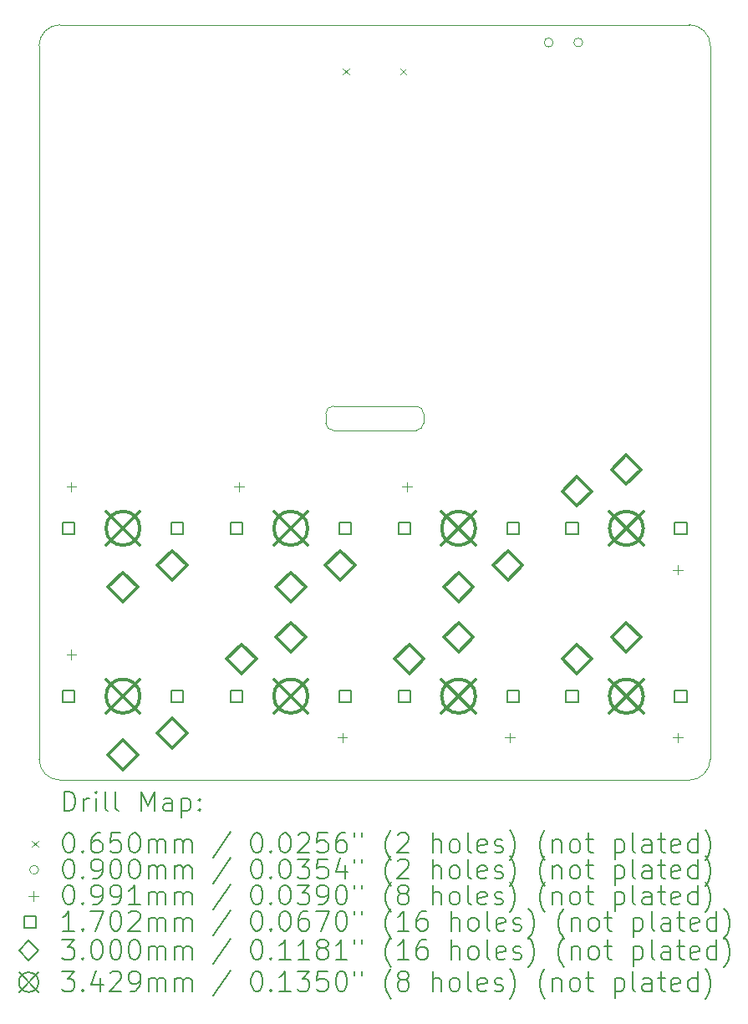
<source format=gbr>
%FSLAX45Y45*%
G04 Gerber Fmt 4.5, Leading zero omitted, Abs format (unit mm)*
G04 Created by KiCad (PCBNEW (6.0.4-0)) date 2023-04-02 18:55:56*
%MOMM*%
%LPD*%
G01*
G04 APERTURE LIST*
%TA.AperFunction,Profile*%
%ADD10C,0.100000*%
%TD*%
%ADD11C,0.200000*%
%ADD12C,0.065000*%
%ADD13C,0.090000*%
%ADD14C,0.099060*%
%ADD15C,0.170180*%
%ADD16C,0.300000*%
%ADD17C,0.342900*%
G04 APERTURE END LIST*
D10*
X1274999Y-8712496D02*
G75*
G03*
X1487499Y-8924996I212500J0D01*
G01*
X7862496Y-8924996D02*
G75*
G03*
X8074996Y-8712496I0J212500D01*
G01*
X8074996Y-1487499D02*
G75*
G03*
X7862496Y-1274999I-212500J0D01*
G01*
X1487499Y-1274999D02*
G75*
G03*
X1274999Y-1487499I0J-212500D01*
G01*
X8074996Y-8712496D02*
X8074996Y-1487499D01*
X4179165Y-5308331D02*
G75*
G03*
X4254165Y-5383331I75000J0D01*
G01*
X1487499Y-1274999D02*
X7862496Y-1274999D01*
X1487499Y-8924996D02*
X7862496Y-8924996D01*
X5095831Y-5383331D02*
G75*
G03*
X5170831Y-5308331I0J75000D01*
G01*
X5170831Y-5212500D02*
G75*
G03*
X5095831Y-5137500I-75000J0D01*
G01*
X4179165Y-5308331D02*
X4179165Y-5212500D01*
X4254165Y-5137500D02*
X5095831Y-5137500D01*
X1274999Y-1487499D02*
X1274999Y-8712496D01*
X4254165Y-5137500D02*
G75*
G03*
X4179165Y-5212500I0J-75000D01*
G01*
X5095831Y-5383331D02*
X4254165Y-5383331D01*
X5170831Y-5308331D02*
X5170831Y-5212500D01*
D11*
D12*
X4353498Y-1715499D02*
X4418498Y-1780499D01*
X4418498Y-1715499D02*
X4353498Y-1780499D01*
X4931498Y-1715499D02*
X4996498Y-1780499D01*
X4996498Y-1715499D02*
X4931498Y-1780499D01*
D13*
X6482497Y-1454499D02*
G75*
G03*
X6482497Y-1454499I-45000J0D01*
G01*
X6782497Y-1454499D02*
G75*
G03*
X6782497Y-1454499I-45000J0D01*
G01*
D14*
X1602999Y-5905467D02*
X1602999Y-6004527D01*
X1553469Y-5954997D02*
X1652529Y-5954997D01*
X1602999Y-7605466D02*
X1602999Y-7704526D01*
X1553469Y-7654996D02*
X1652529Y-7654996D01*
X3302998Y-5905467D02*
X3302998Y-6004527D01*
X3253468Y-5954997D02*
X3352528Y-5954997D01*
X4346998Y-8445466D02*
X4346998Y-8544526D01*
X4297468Y-8494996D02*
X4396528Y-8494996D01*
X5002997Y-5905467D02*
X5002997Y-6004527D01*
X4953467Y-5954997D02*
X5052527Y-5954997D01*
X6046997Y-8445466D02*
X6046997Y-8544526D01*
X5997467Y-8494996D02*
X6096527Y-8494996D01*
X7746997Y-6745467D02*
X7746997Y-6844527D01*
X7697467Y-6794997D02*
X7796527Y-6794997D01*
X7746997Y-8445466D02*
X7746997Y-8544526D01*
X7697467Y-8494996D02*
X7796527Y-8494996D01*
D15*
X1635167Y-6435165D02*
X1635167Y-6314829D01*
X1514831Y-6314829D01*
X1514831Y-6435165D01*
X1635167Y-6435165D01*
X1635167Y-8135164D02*
X1635167Y-8014828D01*
X1514831Y-8014828D01*
X1514831Y-8135164D01*
X1635167Y-8135164D01*
X2735167Y-6435165D02*
X2735167Y-6314829D01*
X2614831Y-6314829D01*
X2614831Y-6435165D01*
X2735167Y-6435165D01*
X2735167Y-8135164D02*
X2735167Y-8014828D01*
X2614831Y-8014828D01*
X2614831Y-8135164D01*
X2735167Y-8135164D01*
X3335166Y-6435165D02*
X3335166Y-6314829D01*
X3214830Y-6314829D01*
X3214830Y-6435165D01*
X3335166Y-6435165D01*
X3335166Y-8135164D02*
X3335166Y-8014828D01*
X3214830Y-8014828D01*
X3214830Y-8135164D01*
X3335166Y-8135164D01*
X4435167Y-6435165D02*
X4435167Y-6314829D01*
X4314830Y-6314829D01*
X4314830Y-6435165D01*
X4435167Y-6435165D01*
X4435167Y-8135164D02*
X4435167Y-8014828D01*
X4314830Y-8014828D01*
X4314830Y-8135164D01*
X4435167Y-8135164D01*
X5035166Y-6435165D02*
X5035166Y-6314829D01*
X4914829Y-6314829D01*
X4914829Y-6435165D01*
X5035166Y-6435165D01*
X5035166Y-8135164D02*
X5035166Y-8014828D01*
X4914829Y-8014828D01*
X4914829Y-8135164D01*
X5035166Y-8135164D01*
X6135166Y-6435165D02*
X6135166Y-6314829D01*
X6014829Y-6314829D01*
X6014829Y-6435165D01*
X6135166Y-6435165D01*
X6135166Y-8135164D02*
X6135166Y-8014828D01*
X6014829Y-8014828D01*
X6014829Y-8135164D01*
X6135166Y-8135164D01*
X6735165Y-6435165D02*
X6735165Y-6314829D01*
X6614828Y-6314829D01*
X6614828Y-6435165D01*
X6735165Y-6435165D01*
X6735165Y-8135164D02*
X6735165Y-8014828D01*
X6614828Y-8014828D01*
X6614828Y-8135164D01*
X6735165Y-8135164D01*
X7835165Y-6435165D02*
X7835165Y-6314829D01*
X7714828Y-6314829D01*
X7714828Y-6435165D01*
X7835165Y-6435165D01*
X7835165Y-8135164D02*
X7835165Y-8014828D01*
X7714828Y-8014828D01*
X7714828Y-8135164D01*
X7835165Y-8135164D01*
D16*
X2124999Y-7119997D02*
X2274999Y-6969997D01*
X2124999Y-6819997D01*
X1974999Y-6969997D01*
X2124999Y-7119997D01*
X2124999Y-8819996D02*
X2274999Y-8669996D01*
X2124999Y-8519996D01*
X1974999Y-8669996D01*
X2124999Y-8819996D01*
X2624999Y-6899997D02*
X2774999Y-6749997D01*
X2624999Y-6599997D01*
X2474999Y-6749997D01*
X2624999Y-6899997D01*
X2624999Y-8599996D02*
X2774999Y-8449996D01*
X2624999Y-8299996D01*
X2474999Y-8449996D01*
X2624999Y-8599996D01*
X3324998Y-7849996D02*
X3474998Y-7699996D01*
X3324998Y-7549996D01*
X3174998Y-7699996D01*
X3324998Y-7849996D01*
X3824998Y-7119997D02*
X3974998Y-6969997D01*
X3824998Y-6819997D01*
X3674998Y-6969997D01*
X3824998Y-7119997D01*
X3824998Y-7629996D02*
X3974998Y-7479996D01*
X3824998Y-7329996D01*
X3674998Y-7479996D01*
X3824998Y-7629996D01*
X4324998Y-6899997D02*
X4474998Y-6749997D01*
X4324998Y-6599997D01*
X4174998Y-6749997D01*
X4324998Y-6899997D01*
X5024997Y-7849996D02*
X5174997Y-7699996D01*
X5024997Y-7549996D01*
X4874997Y-7699996D01*
X5024997Y-7849996D01*
X5524997Y-7119997D02*
X5674997Y-6969997D01*
X5524997Y-6819997D01*
X5374997Y-6969997D01*
X5524997Y-7119997D01*
X5524997Y-7629996D02*
X5674997Y-7479996D01*
X5524997Y-7329996D01*
X5374997Y-7479996D01*
X5524997Y-7629996D01*
X6024997Y-6899997D02*
X6174997Y-6749997D01*
X6024997Y-6599997D01*
X5874997Y-6749997D01*
X6024997Y-6899997D01*
X6724997Y-6149997D02*
X6874997Y-5999997D01*
X6724997Y-5849997D01*
X6574997Y-5999997D01*
X6724997Y-6149997D01*
X6724997Y-7849996D02*
X6874997Y-7699996D01*
X6724997Y-7549996D01*
X6574997Y-7699996D01*
X6724997Y-7849996D01*
X7224997Y-5929997D02*
X7374997Y-5779997D01*
X7224997Y-5629997D01*
X7074997Y-5779997D01*
X7224997Y-5929997D01*
X7224997Y-7629996D02*
X7374997Y-7479996D01*
X7224997Y-7329996D01*
X7074997Y-7479996D01*
X7224997Y-7629996D01*
D17*
X1953549Y-6203547D02*
X2296449Y-6546447D01*
X2296449Y-6203547D02*
X1953549Y-6546447D01*
X2296449Y-6374997D02*
G75*
G03*
X2296449Y-6374997I-171450J0D01*
G01*
X1953549Y-7903546D02*
X2296449Y-8246446D01*
X2296449Y-7903546D02*
X1953549Y-8246446D01*
X2296449Y-8074996D02*
G75*
G03*
X2296449Y-8074996I-171450J0D01*
G01*
X3653548Y-6203547D02*
X3996448Y-6546447D01*
X3996448Y-6203547D02*
X3653548Y-6546447D01*
X3996448Y-6374997D02*
G75*
G03*
X3996448Y-6374997I-171450J0D01*
G01*
X3653548Y-7903546D02*
X3996448Y-8246446D01*
X3996448Y-7903546D02*
X3653548Y-8246446D01*
X3996448Y-8074996D02*
G75*
G03*
X3996448Y-8074996I-171450J0D01*
G01*
X5353547Y-6203547D02*
X5696447Y-6546447D01*
X5696447Y-6203547D02*
X5353547Y-6546447D01*
X5696447Y-6374997D02*
G75*
G03*
X5696447Y-6374997I-171450J0D01*
G01*
X5353547Y-7903546D02*
X5696447Y-8246446D01*
X5696447Y-7903546D02*
X5353547Y-8246446D01*
X5696447Y-8074996D02*
G75*
G03*
X5696447Y-8074996I-171450J0D01*
G01*
X7053547Y-6203547D02*
X7396447Y-6546447D01*
X7396447Y-6203547D02*
X7053547Y-6546447D01*
X7396447Y-6374997D02*
G75*
G03*
X7396447Y-6374997I-171450J0D01*
G01*
X7053547Y-7903546D02*
X7396447Y-8246446D01*
X7396447Y-7903546D02*
X7053547Y-8246446D01*
X7396447Y-8074996D02*
G75*
G03*
X7396447Y-8074996I-171450J0D01*
G01*
D11*
X1527618Y-9240472D02*
X1527618Y-9040472D01*
X1575237Y-9040472D01*
X1603809Y-9049996D01*
X1622856Y-9069043D01*
X1632380Y-9088091D01*
X1641904Y-9126186D01*
X1641904Y-9154758D01*
X1632380Y-9192853D01*
X1622856Y-9211901D01*
X1603809Y-9230948D01*
X1575237Y-9240472D01*
X1527618Y-9240472D01*
X1727618Y-9240472D02*
X1727618Y-9107139D01*
X1727618Y-9145234D02*
X1737142Y-9126186D01*
X1746666Y-9116662D01*
X1765714Y-9107139D01*
X1784761Y-9107139D01*
X1851428Y-9240472D02*
X1851428Y-9107139D01*
X1851428Y-9040472D02*
X1841904Y-9049996D01*
X1851428Y-9059520D01*
X1860952Y-9049996D01*
X1851428Y-9040472D01*
X1851428Y-9059520D01*
X1975237Y-9240472D02*
X1956190Y-9230948D01*
X1946666Y-9211901D01*
X1946666Y-9040472D01*
X2079999Y-9240472D02*
X2060952Y-9230948D01*
X2051428Y-9211901D01*
X2051428Y-9040472D01*
X2308571Y-9240472D02*
X2308571Y-9040472D01*
X2375237Y-9183329D01*
X2441904Y-9040472D01*
X2441904Y-9240472D01*
X2622857Y-9240472D02*
X2622857Y-9135710D01*
X2613333Y-9116662D01*
X2594285Y-9107139D01*
X2556190Y-9107139D01*
X2537142Y-9116662D01*
X2622857Y-9230948D02*
X2603809Y-9240472D01*
X2556190Y-9240472D01*
X2537142Y-9230948D01*
X2527618Y-9211901D01*
X2527618Y-9192853D01*
X2537142Y-9173805D01*
X2556190Y-9164282D01*
X2603809Y-9164282D01*
X2622857Y-9154758D01*
X2718095Y-9107139D02*
X2718095Y-9307139D01*
X2718095Y-9116662D02*
X2737142Y-9107139D01*
X2775237Y-9107139D01*
X2794285Y-9116662D01*
X2803809Y-9126186D01*
X2813333Y-9145234D01*
X2813333Y-9202377D01*
X2803809Y-9221424D01*
X2794285Y-9230948D01*
X2775237Y-9240472D01*
X2737142Y-9240472D01*
X2718095Y-9230948D01*
X2899047Y-9221424D02*
X2908571Y-9230948D01*
X2899047Y-9240472D01*
X2889523Y-9230948D01*
X2899047Y-9221424D01*
X2899047Y-9240472D01*
X2899047Y-9116662D02*
X2908571Y-9126186D01*
X2899047Y-9135710D01*
X2889523Y-9126186D01*
X2899047Y-9116662D01*
X2899047Y-9135710D01*
D12*
X1204999Y-9537496D02*
X1269999Y-9602496D01*
X1269999Y-9537496D02*
X1204999Y-9602496D01*
D11*
X1565714Y-9460472D02*
X1584761Y-9460472D01*
X1603809Y-9469996D01*
X1613333Y-9479520D01*
X1622856Y-9498567D01*
X1632380Y-9536662D01*
X1632380Y-9584282D01*
X1622856Y-9622377D01*
X1613333Y-9641424D01*
X1603809Y-9650948D01*
X1584761Y-9660472D01*
X1565714Y-9660472D01*
X1546666Y-9650948D01*
X1537142Y-9641424D01*
X1527618Y-9622377D01*
X1518095Y-9584282D01*
X1518095Y-9536662D01*
X1527618Y-9498567D01*
X1537142Y-9479520D01*
X1546666Y-9469996D01*
X1565714Y-9460472D01*
X1718095Y-9641424D02*
X1727618Y-9650948D01*
X1718095Y-9660472D01*
X1708571Y-9650948D01*
X1718095Y-9641424D01*
X1718095Y-9660472D01*
X1899047Y-9460472D02*
X1860952Y-9460472D01*
X1841904Y-9469996D01*
X1832380Y-9479520D01*
X1813333Y-9508091D01*
X1803809Y-9546186D01*
X1803809Y-9622377D01*
X1813333Y-9641424D01*
X1822856Y-9650948D01*
X1841904Y-9660472D01*
X1879999Y-9660472D01*
X1899047Y-9650948D01*
X1908571Y-9641424D01*
X1918095Y-9622377D01*
X1918095Y-9574758D01*
X1908571Y-9555710D01*
X1899047Y-9546186D01*
X1879999Y-9536662D01*
X1841904Y-9536662D01*
X1822856Y-9546186D01*
X1813333Y-9555710D01*
X1803809Y-9574758D01*
X2099047Y-9460472D02*
X2003809Y-9460472D01*
X1994285Y-9555710D01*
X2003809Y-9546186D01*
X2022856Y-9536662D01*
X2070475Y-9536662D01*
X2089523Y-9546186D01*
X2099047Y-9555710D01*
X2108571Y-9574758D01*
X2108571Y-9622377D01*
X2099047Y-9641424D01*
X2089523Y-9650948D01*
X2070475Y-9660472D01*
X2022856Y-9660472D01*
X2003809Y-9650948D01*
X1994285Y-9641424D01*
X2232380Y-9460472D02*
X2251428Y-9460472D01*
X2270476Y-9469996D01*
X2279999Y-9479520D01*
X2289523Y-9498567D01*
X2299047Y-9536662D01*
X2299047Y-9584282D01*
X2289523Y-9622377D01*
X2279999Y-9641424D01*
X2270476Y-9650948D01*
X2251428Y-9660472D01*
X2232380Y-9660472D01*
X2213333Y-9650948D01*
X2203809Y-9641424D01*
X2194285Y-9622377D01*
X2184761Y-9584282D01*
X2184761Y-9536662D01*
X2194285Y-9498567D01*
X2203809Y-9479520D01*
X2213333Y-9469996D01*
X2232380Y-9460472D01*
X2384761Y-9660472D02*
X2384761Y-9527139D01*
X2384761Y-9546186D02*
X2394285Y-9536662D01*
X2413333Y-9527139D01*
X2441904Y-9527139D01*
X2460952Y-9536662D01*
X2470476Y-9555710D01*
X2470476Y-9660472D01*
X2470476Y-9555710D02*
X2479999Y-9536662D01*
X2499047Y-9527139D01*
X2527618Y-9527139D01*
X2546666Y-9536662D01*
X2556190Y-9555710D01*
X2556190Y-9660472D01*
X2651428Y-9660472D02*
X2651428Y-9527139D01*
X2651428Y-9546186D02*
X2660952Y-9536662D01*
X2679999Y-9527139D01*
X2708571Y-9527139D01*
X2727618Y-9536662D01*
X2737142Y-9555710D01*
X2737142Y-9660472D01*
X2737142Y-9555710D02*
X2746666Y-9536662D01*
X2765714Y-9527139D01*
X2794285Y-9527139D01*
X2813333Y-9536662D01*
X2822856Y-9555710D01*
X2822856Y-9660472D01*
X3213333Y-9450948D02*
X3041904Y-9708091D01*
X3470475Y-9460472D02*
X3489523Y-9460472D01*
X3508571Y-9469996D01*
X3518095Y-9479520D01*
X3527618Y-9498567D01*
X3537142Y-9536662D01*
X3537142Y-9584282D01*
X3527618Y-9622377D01*
X3518095Y-9641424D01*
X3508571Y-9650948D01*
X3489523Y-9660472D01*
X3470475Y-9660472D01*
X3451428Y-9650948D01*
X3441904Y-9641424D01*
X3432380Y-9622377D01*
X3422856Y-9584282D01*
X3422856Y-9536662D01*
X3432380Y-9498567D01*
X3441904Y-9479520D01*
X3451428Y-9469996D01*
X3470475Y-9460472D01*
X3622856Y-9641424D02*
X3632380Y-9650948D01*
X3622856Y-9660472D01*
X3613333Y-9650948D01*
X3622856Y-9641424D01*
X3622856Y-9660472D01*
X3756190Y-9460472D02*
X3775237Y-9460472D01*
X3794285Y-9469996D01*
X3803809Y-9479520D01*
X3813333Y-9498567D01*
X3822856Y-9536662D01*
X3822856Y-9584282D01*
X3813333Y-9622377D01*
X3803809Y-9641424D01*
X3794285Y-9650948D01*
X3775237Y-9660472D01*
X3756190Y-9660472D01*
X3737142Y-9650948D01*
X3727618Y-9641424D01*
X3718095Y-9622377D01*
X3708571Y-9584282D01*
X3708571Y-9536662D01*
X3718095Y-9498567D01*
X3727618Y-9479520D01*
X3737142Y-9469996D01*
X3756190Y-9460472D01*
X3899047Y-9479520D02*
X3908571Y-9469996D01*
X3927618Y-9460472D01*
X3975237Y-9460472D01*
X3994285Y-9469996D01*
X4003809Y-9479520D01*
X4013333Y-9498567D01*
X4013333Y-9517615D01*
X4003809Y-9546186D01*
X3889523Y-9660472D01*
X4013333Y-9660472D01*
X4194285Y-9460472D02*
X4099047Y-9460472D01*
X4089523Y-9555710D01*
X4099047Y-9546186D01*
X4118095Y-9536662D01*
X4165714Y-9536662D01*
X4184761Y-9546186D01*
X4194285Y-9555710D01*
X4203809Y-9574758D01*
X4203809Y-9622377D01*
X4194285Y-9641424D01*
X4184761Y-9650948D01*
X4165714Y-9660472D01*
X4118095Y-9660472D01*
X4099047Y-9650948D01*
X4089523Y-9641424D01*
X4375237Y-9460472D02*
X4337142Y-9460472D01*
X4318095Y-9469996D01*
X4308571Y-9479520D01*
X4289523Y-9508091D01*
X4279999Y-9546186D01*
X4279999Y-9622377D01*
X4289523Y-9641424D01*
X4299047Y-9650948D01*
X4318095Y-9660472D01*
X4356190Y-9660472D01*
X4375237Y-9650948D01*
X4384761Y-9641424D01*
X4394285Y-9622377D01*
X4394285Y-9574758D01*
X4384761Y-9555710D01*
X4375237Y-9546186D01*
X4356190Y-9536662D01*
X4318095Y-9536662D01*
X4299047Y-9546186D01*
X4289523Y-9555710D01*
X4279999Y-9574758D01*
X4470476Y-9460472D02*
X4470476Y-9498567D01*
X4546666Y-9460472D02*
X4546666Y-9498567D01*
X4841904Y-9736662D02*
X4832380Y-9727139D01*
X4813333Y-9698567D01*
X4803809Y-9679520D01*
X4794285Y-9650948D01*
X4784761Y-9603329D01*
X4784761Y-9565234D01*
X4794285Y-9517615D01*
X4803809Y-9489043D01*
X4813333Y-9469996D01*
X4832380Y-9441424D01*
X4841904Y-9431901D01*
X4908571Y-9479520D02*
X4918095Y-9469996D01*
X4937142Y-9460472D01*
X4984761Y-9460472D01*
X5003809Y-9469996D01*
X5013333Y-9479520D01*
X5022857Y-9498567D01*
X5022857Y-9517615D01*
X5013333Y-9546186D01*
X4899047Y-9660472D01*
X5022857Y-9660472D01*
X5260952Y-9660472D02*
X5260952Y-9460472D01*
X5346666Y-9660472D02*
X5346666Y-9555710D01*
X5337142Y-9536662D01*
X5318095Y-9527139D01*
X5289523Y-9527139D01*
X5270476Y-9536662D01*
X5260952Y-9546186D01*
X5470476Y-9660472D02*
X5451428Y-9650948D01*
X5441904Y-9641424D01*
X5432380Y-9622377D01*
X5432380Y-9565234D01*
X5441904Y-9546186D01*
X5451428Y-9536662D01*
X5470476Y-9527139D01*
X5499047Y-9527139D01*
X5518095Y-9536662D01*
X5527618Y-9546186D01*
X5537142Y-9565234D01*
X5537142Y-9622377D01*
X5527618Y-9641424D01*
X5518095Y-9650948D01*
X5499047Y-9660472D01*
X5470476Y-9660472D01*
X5651428Y-9660472D02*
X5632380Y-9650948D01*
X5622856Y-9631901D01*
X5622856Y-9460472D01*
X5803809Y-9650948D02*
X5784761Y-9660472D01*
X5746666Y-9660472D01*
X5727618Y-9650948D01*
X5718095Y-9631901D01*
X5718095Y-9555710D01*
X5727618Y-9536662D01*
X5746666Y-9527139D01*
X5784761Y-9527139D01*
X5803809Y-9536662D01*
X5813333Y-9555710D01*
X5813333Y-9574758D01*
X5718095Y-9593805D01*
X5889523Y-9650948D02*
X5908571Y-9660472D01*
X5946666Y-9660472D01*
X5965714Y-9650948D01*
X5975237Y-9631901D01*
X5975237Y-9622377D01*
X5965714Y-9603329D01*
X5946666Y-9593805D01*
X5918095Y-9593805D01*
X5899047Y-9584282D01*
X5889523Y-9565234D01*
X5889523Y-9555710D01*
X5899047Y-9536662D01*
X5918095Y-9527139D01*
X5946666Y-9527139D01*
X5965714Y-9536662D01*
X6041904Y-9736662D02*
X6051428Y-9727139D01*
X6070475Y-9698567D01*
X6079999Y-9679520D01*
X6089523Y-9650948D01*
X6099047Y-9603329D01*
X6099047Y-9565234D01*
X6089523Y-9517615D01*
X6079999Y-9489043D01*
X6070475Y-9469996D01*
X6051428Y-9441424D01*
X6041904Y-9431901D01*
X6403809Y-9736662D02*
X6394285Y-9727139D01*
X6375237Y-9698567D01*
X6365714Y-9679520D01*
X6356190Y-9650948D01*
X6346666Y-9603329D01*
X6346666Y-9565234D01*
X6356190Y-9517615D01*
X6365714Y-9489043D01*
X6375237Y-9469996D01*
X6394285Y-9441424D01*
X6403809Y-9431901D01*
X6479999Y-9527139D02*
X6479999Y-9660472D01*
X6479999Y-9546186D02*
X6489523Y-9536662D01*
X6508571Y-9527139D01*
X6537142Y-9527139D01*
X6556190Y-9536662D01*
X6565714Y-9555710D01*
X6565714Y-9660472D01*
X6689523Y-9660472D02*
X6670475Y-9650948D01*
X6660952Y-9641424D01*
X6651428Y-9622377D01*
X6651428Y-9565234D01*
X6660952Y-9546186D01*
X6670475Y-9536662D01*
X6689523Y-9527139D01*
X6718095Y-9527139D01*
X6737142Y-9536662D01*
X6746666Y-9546186D01*
X6756190Y-9565234D01*
X6756190Y-9622377D01*
X6746666Y-9641424D01*
X6737142Y-9650948D01*
X6718095Y-9660472D01*
X6689523Y-9660472D01*
X6813333Y-9527139D02*
X6889523Y-9527139D01*
X6841904Y-9460472D02*
X6841904Y-9631901D01*
X6851428Y-9650948D01*
X6870475Y-9660472D01*
X6889523Y-9660472D01*
X7108571Y-9527139D02*
X7108571Y-9727139D01*
X7108571Y-9536662D02*
X7127618Y-9527139D01*
X7165714Y-9527139D01*
X7184761Y-9536662D01*
X7194285Y-9546186D01*
X7203809Y-9565234D01*
X7203809Y-9622377D01*
X7194285Y-9641424D01*
X7184761Y-9650948D01*
X7165714Y-9660472D01*
X7127618Y-9660472D01*
X7108571Y-9650948D01*
X7318095Y-9660472D02*
X7299047Y-9650948D01*
X7289523Y-9631901D01*
X7289523Y-9460472D01*
X7479999Y-9660472D02*
X7479999Y-9555710D01*
X7470475Y-9536662D01*
X7451428Y-9527139D01*
X7413333Y-9527139D01*
X7394285Y-9536662D01*
X7479999Y-9650948D02*
X7460952Y-9660472D01*
X7413333Y-9660472D01*
X7394285Y-9650948D01*
X7384761Y-9631901D01*
X7384761Y-9612853D01*
X7394285Y-9593805D01*
X7413333Y-9584282D01*
X7460952Y-9584282D01*
X7479999Y-9574758D01*
X7546666Y-9527139D02*
X7622856Y-9527139D01*
X7575237Y-9460472D02*
X7575237Y-9631901D01*
X7584761Y-9650948D01*
X7603809Y-9660472D01*
X7622856Y-9660472D01*
X7765714Y-9650948D02*
X7746666Y-9660472D01*
X7708571Y-9660472D01*
X7689523Y-9650948D01*
X7679999Y-9631901D01*
X7679999Y-9555710D01*
X7689523Y-9536662D01*
X7708571Y-9527139D01*
X7746666Y-9527139D01*
X7765714Y-9536662D01*
X7775237Y-9555710D01*
X7775237Y-9574758D01*
X7679999Y-9593805D01*
X7946666Y-9660472D02*
X7946666Y-9460472D01*
X7946666Y-9650948D02*
X7927618Y-9660472D01*
X7889523Y-9660472D01*
X7870475Y-9650948D01*
X7860952Y-9641424D01*
X7851428Y-9622377D01*
X7851428Y-9565234D01*
X7860952Y-9546186D01*
X7870475Y-9536662D01*
X7889523Y-9527139D01*
X7927618Y-9527139D01*
X7946666Y-9536662D01*
X8022856Y-9736662D02*
X8032380Y-9727139D01*
X8051428Y-9698567D01*
X8060952Y-9679520D01*
X8070475Y-9650948D01*
X8079999Y-9603329D01*
X8079999Y-9565234D01*
X8070475Y-9517615D01*
X8060952Y-9489043D01*
X8051428Y-9469996D01*
X8032380Y-9441424D01*
X8022856Y-9431901D01*
D13*
X1269999Y-9833996D02*
G75*
G03*
X1269999Y-9833996I-45000J0D01*
G01*
D11*
X1565714Y-9724472D02*
X1584761Y-9724472D01*
X1603809Y-9733996D01*
X1613333Y-9743520D01*
X1622856Y-9762567D01*
X1632380Y-9800662D01*
X1632380Y-9848282D01*
X1622856Y-9886377D01*
X1613333Y-9905424D01*
X1603809Y-9914948D01*
X1584761Y-9924472D01*
X1565714Y-9924472D01*
X1546666Y-9914948D01*
X1537142Y-9905424D01*
X1527618Y-9886377D01*
X1518095Y-9848282D01*
X1518095Y-9800662D01*
X1527618Y-9762567D01*
X1537142Y-9743520D01*
X1546666Y-9733996D01*
X1565714Y-9724472D01*
X1718095Y-9905424D02*
X1727618Y-9914948D01*
X1718095Y-9924472D01*
X1708571Y-9914948D01*
X1718095Y-9905424D01*
X1718095Y-9924472D01*
X1822856Y-9924472D02*
X1860952Y-9924472D01*
X1879999Y-9914948D01*
X1889523Y-9905424D01*
X1908571Y-9876853D01*
X1918095Y-9838758D01*
X1918095Y-9762567D01*
X1908571Y-9743520D01*
X1899047Y-9733996D01*
X1879999Y-9724472D01*
X1841904Y-9724472D01*
X1822856Y-9733996D01*
X1813333Y-9743520D01*
X1803809Y-9762567D01*
X1803809Y-9810186D01*
X1813333Y-9829234D01*
X1822856Y-9838758D01*
X1841904Y-9848282D01*
X1879999Y-9848282D01*
X1899047Y-9838758D01*
X1908571Y-9829234D01*
X1918095Y-9810186D01*
X2041904Y-9724472D02*
X2060952Y-9724472D01*
X2079999Y-9733996D01*
X2089523Y-9743520D01*
X2099047Y-9762567D01*
X2108571Y-9800662D01*
X2108571Y-9848282D01*
X2099047Y-9886377D01*
X2089523Y-9905424D01*
X2079999Y-9914948D01*
X2060952Y-9924472D01*
X2041904Y-9924472D01*
X2022856Y-9914948D01*
X2013333Y-9905424D01*
X2003809Y-9886377D01*
X1994285Y-9848282D01*
X1994285Y-9800662D01*
X2003809Y-9762567D01*
X2013333Y-9743520D01*
X2022856Y-9733996D01*
X2041904Y-9724472D01*
X2232380Y-9724472D02*
X2251428Y-9724472D01*
X2270476Y-9733996D01*
X2279999Y-9743520D01*
X2289523Y-9762567D01*
X2299047Y-9800662D01*
X2299047Y-9848282D01*
X2289523Y-9886377D01*
X2279999Y-9905424D01*
X2270476Y-9914948D01*
X2251428Y-9924472D01*
X2232380Y-9924472D01*
X2213333Y-9914948D01*
X2203809Y-9905424D01*
X2194285Y-9886377D01*
X2184761Y-9848282D01*
X2184761Y-9800662D01*
X2194285Y-9762567D01*
X2203809Y-9743520D01*
X2213333Y-9733996D01*
X2232380Y-9724472D01*
X2384761Y-9924472D02*
X2384761Y-9791139D01*
X2384761Y-9810186D02*
X2394285Y-9800662D01*
X2413333Y-9791139D01*
X2441904Y-9791139D01*
X2460952Y-9800662D01*
X2470476Y-9819710D01*
X2470476Y-9924472D01*
X2470476Y-9819710D02*
X2479999Y-9800662D01*
X2499047Y-9791139D01*
X2527618Y-9791139D01*
X2546666Y-9800662D01*
X2556190Y-9819710D01*
X2556190Y-9924472D01*
X2651428Y-9924472D02*
X2651428Y-9791139D01*
X2651428Y-9810186D02*
X2660952Y-9800662D01*
X2679999Y-9791139D01*
X2708571Y-9791139D01*
X2727618Y-9800662D01*
X2737142Y-9819710D01*
X2737142Y-9924472D01*
X2737142Y-9819710D02*
X2746666Y-9800662D01*
X2765714Y-9791139D01*
X2794285Y-9791139D01*
X2813333Y-9800662D01*
X2822856Y-9819710D01*
X2822856Y-9924472D01*
X3213333Y-9714948D02*
X3041904Y-9972091D01*
X3470475Y-9724472D02*
X3489523Y-9724472D01*
X3508571Y-9733996D01*
X3518095Y-9743520D01*
X3527618Y-9762567D01*
X3537142Y-9800662D01*
X3537142Y-9848282D01*
X3527618Y-9886377D01*
X3518095Y-9905424D01*
X3508571Y-9914948D01*
X3489523Y-9924472D01*
X3470475Y-9924472D01*
X3451428Y-9914948D01*
X3441904Y-9905424D01*
X3432380Y-9886377D01*
X3422856Y-9848282D01*
X3422856Y-9800662D01*
X3432380Y-9762567D01*
X3441904Y-9743520D01*
X3451428Y-9733996D01*
X3470475Y-9724472D01*
X3622856Y-9905424D02*
X3632380Y-9914948D01*
X3622856Y-9924472D01*
X3613333Y-9914948D01*
X3622856Y-9905424D01*
X3622856Y-9924472D01*
X3756190Y-9724472D02*
X3775237Y-9724472D01*
X3794285Y-9733996D01*
X3803809Y-9743520D01*
X3813333Y-9762567D01*
X3822856Y-9800662D01*
X3822856Y-9848282D01*
X3813333Y-9886377D01*
X3803809Y-9905424D01*
X3794285Y-9914948D01*
X3775237Y-9924472D01*
X3756190Y-9924472D01*
X3737142Y-9914948D01*
X3727618Y-9905424D01*
X3718095Y-9886377D01*
X3708571Y-9848282D01*
X3708571Y-9800662D01*
X3718095Y-9762567D01*
X3727618Y-9743520D01*
X3737142Y-9733996D01*
X3756190Y-9724472D01*
X3889523Y-9724472D02*
X4013333Y-9724472D01*
X3946666Y-9800662D01*
X3975237Y-9800662D01*
X3994285Y-9810186D01*
X4003809Y-9819710D01*
X4013333Y-9838758D01*
X4013333Y-9886377D01*
X4003809Y-9905424D01*
X3994285Y-9914948D01*
X3975237Y-9924472D01*
X3918095Y-9924472D01*
X3899047Y-9914948D01*
X3889523Y-9905424D01*
X4194285Y-9724472D02*
X4099047Y-9724472D01*
X4089523Y-9819710D01*
X4099047Y-9810186D01*
X4118095Y-9800662D01*
X4165714Y-9800662D01*
X4184761Y-9810186D01*
X4194285Y-9819710D01*
X4203809Y-9838758D01*
X4203809Y-9886377D01*
X4194285Y-9905424D01*
X4184761Y-9914948D01*
X4165714Y-9924472D01*
X4118095Y-9924472D01*
X4099047Y-9914948D01*
X4089523Y-9905424D01*
X4375237Y-9791139D02*
X4375237Y-9924472D01*
X4327618Y-9714948D02*
X4279999Y-9857805D01*
X4403809Y-9857805D01*
X4470476Y-9724472D02*
X4470476Y-9762567D01*
X4546666Y-9724472D02*
X4546666Y-9762567D01*
X4841904Y-10000662D02*
X4832380Y-9991139D01*
X4813333Y-9962567D01*
X4803809Y-9943520D01*
X4794285Y-9914948D01*
X4784761Y-9867329D01*
X4784761Y-9829234D01*
X4794285Y-9781615D01*
X4803809Y-9753043D01*
X4813333Y-9733996D01*
X4832380Y-9705424D01*
X4841904Y-9695901D01*
X4908571Y-9743520D02*
X4918095Y-9733996D01*
X4937142Y-9724472D01*
X4984761Y-9724472D01*
X5003809Y-9733996D01*
X5013333Y-9743520D01*
X5022857Y-9762567D01*
X5022857Y-9781615D01*
X5013333Y-9810186D01*
X4899047Y-9924472D01*
X5022857Y-9924472D01*
X5260952Y-9924472D02*
X5260952Y-9724472D01*
X5346666Y-9924472D02*
X5346666Y-9819710D01*
X5337142Y-9800662D01*
X5318095Y-9791139D01*
X5289523Y-9791139D01*
X5270476Y-9800662D01*
X5260952Y-9810186D01*
X5470476Y-9924472D02*
X5451428Y-9914948D01*
X5441904Y-9905424D01*
X5432380Y-9886377D01*
X5432380Y-9829234D01*
X5441904Y-9810186D01*
X5451428Y-9800662D01*
X5470476Y-9791139D01*
X5499047Y-9791139D01*
X5518095Y-9800662D01*
X5527618Y-9810186D01*
X5537142Y-9829234D01*
X5537142Y-9886377D01*
X5527618Y-9905424D01*
X5518095Y-9914948D01*
X5499047Y-9924472D01*
X5470476Y-9924472D01*
X5651428Y-9924472D02*
X5632380Y-9914948D01*
X5622856Y-9895901D01*
X5622856Y-9724472D01*
X5803809Y-9914948D02*
X5784761Y-9924472D01*
X5746666Y-9924472D01*
X5727618Y-9914948D01*
X5718095Y-9895901D01*
X5718095Y-9819710D01*
X5727618Y-9800662D01*
X5746666Y-9791139D01*
X5784761Y-9791139D01*
X5803809Y-9800662D01*
X5813333Y-9819710D01*
X5813333Y-9838758D01*
X5718095Y-9857805D01*
X5889523Y-9914948D02*
X5908571Y-9924472D01*
X5946666Y-9924472D01*
X5965714Y-9914948D01*
X5975237Y-9895901D01*
X5975237Y-9886377D01*
X5965714Y-9867329D01*
X5946666Y-9857805D01*
X5918095Y-9857805D01*
X5899047Y-9848282D01*
X5889523Y-9829234D01*
X5889523Y-9819710D01*
X5899047Y-9800662D01*
X5918095Y-9791139D01*
X5946666Y-9791139D01*
X5965714Y-9800662D01*
X6041904Y-10000662D02*
X6051428Y-9991139D01*
X6070475Y-9962567D01*
X6079999Y-9943520D01*
X6089523Y-9914948D01*
X6099047Y-9867329D01*
X6099047Y-9829234D01*
X6089523Y-9781615D01*
X6079999Y-9753043D01*
X6070475Y-9733996D01*
X6051428Y-9705424D01*
X6041904Y-9695901D01*
X6403809Y-10000662D02*
X6394285Y-9991139D01*
X6375237Y-9962567D01*
X6365714Y-9943520D01*
X6356190Y-9914948D01*
X6346666Y-9867329D01*
X6346666Y-9829234D01*
X6356190Y-9781615D01*
X6365714Y-9753043D01*
X6375237Y-9733996D01*
X6394285Y-9705424D01*
X6403809Y-9695901D01*
X6479999Y-9791139D02*
X6479999Y-9924472D01*
X6479999Y-9810186D02*
X6489523Y-9800662D01*
X6508571Y-9791139D01*
X6537142Y-9791139D01*
X6556190Y-9800662D01*
X6565714Y-9819710D01*
X6565714Y-9924472D01*
X6689523Y-9924472D02*
X6670475Y-9914948D01*
X6660952Y-9905424D01*
X6651428Y-9886377D01*
X6651428Y-9829234D01*
X6660952Y-9810186D01*
X6670475Y-9800662D01*
X6689523Y-9791139D01*
X6718095Y-9791139D01*
X6737142Y-9800662D01*
X6746666Y-9810186D01*
X6756190Y-9829234D01*
X6756190Y-9886377D01*
X6746666Y-9905424D01*
X6737142Y-9914948D01*
X6718095Y-9924472D01*
X6689523Y-9924472D01*
X6813333Y-9791139D02*
X6889523Y-9791139D01*
X6841904Y-9724472D02*
X6841904Y-9895901D01*
X6851428Y-9914948D01*
X6870475Y-9924472D01*
X6889523Y-9924472D01*
X7108571Y-9791139D02*
X7108571Y-9991139D01*
X7108571Y-9800662D02*
X7127618Y-9791139D01*
X7165714Y-9791139D01*
X7184761Y-9800662D01*
X7194285Y-9810186D01*
X7203809Y-9829234D01*
X7203809Y-9886377D01*
X7194285Y-9905424D01*
X7184761Y-9914948D01*
X7165714Y-9924472D01*
X7127618Y-9924472D01*
X7108571Y-9914948D01*
X7318095Y-9924472D02*
X7299047Y-9914948D01*
X7289523Y-9895901D01*
X7289523Y-9724472D01*
X7479999Y-9924472D02*
X7479999Y-9819710D01*
X7470475Y-9800662D01*
X7451428Y-9791139D01*
X7413333Y-9791139D01*
X7394285Y-9800662D01*
X7479999Y-9914948D02*
X7460952Y-9924472D01*
X7413333Y-9924472D01*
X7394285Y-9914948D01*
X7384761Y-9895901D01*
X7384761Y-9876853D01*
X7394285Y-9857805D01*
X7413333Y-9848282D01*
X7460952Y-9848282D01*
X7479999Y-9838758D01*
X7546666Y-9791139D02*
X7622856Y-9791139D01*
X7575237Y-9724472D02*
X7575237Y-9895901D01*
X7584761Y-9914948D01*
X7603809Y-9924472D01*
X7622856Y-9924472D01*
X7765714Y-9914948D02*
X7746666Y-9924472D01*
X7708571Y-9924472D01*
X7689523Y-9914948D01*
X7679999Y-9895901D01*
X7679999Y-9819710D01*
X7689523Y-9800662D01*
X7708571Y-9791139D01*
X7746666Y-9791139D01*
X7765714Y-9800662D01*
X7775237Y-9819710D01*
X7775237Y-9838758D01*
X7679999Y-9857805D01*
X7946666Y-9924472D02*
X7946666Y-9724472D01*
X7946666Y-9914948D02*
X7927618Y-9924472D01*
X7889523Y-9924472D01*
X7870475Y-9914948D01*
X7860952Y-9905424D01*
X7851428Y-9886377D01*
X7851428Y-9829234D01*
X7860952Y-9810186D01*
X7870475Y-9800662D01*
X7889523Y-9791139D01*
X7927618Y-9791139D01*
X7946666Y-9800662D01*
X8022856Y-10000662D02*
X8032380Y-9991139D01*
X8051428Y-9962567D01*
X8060952Y-9943520D01*
X8070475Y-9914948D01*
X8079999Y-9867329D01*
X8079999Y-9829234D01*
X8070475Y-9781615D01*
X8060952Y-9753043D01*
X8051428Y-9733996D01*
X8032380Y-9705424D01*
X8022856Y-9695901D01*
D14*
X1220469Y-10048466D02*
X1220469Y-10147526D01*
X1170939Y-10097996D02*
X1269999Y-10097996D01*
D11*
X1565714Y-9988472D02*
X1584761Y-9988472D01*
X1603809Y-9997996D01*
X1613333Y-10007520D01*
X1622856Y-10026567D01*
X1632380Y-10064662D01*
X1632380Y-10112282D01*
X1622856Y-10150377D01*
X1613333Y-10169424D01*
X1603809Y-10178948D01*
X1584761Y-10188472D01*
X1565714Y-10188472D01*
X1546666Y-10178948D01*
X1537142Y-10169424D01*
X1527618Y-10150377D01*
X1518095Y-10112282D01*
X1518095Y-10064662D01*
X1527618Y-10026567D01*
X1537142Y-10007520D01*
X1546666Y-9997996D01*
X1565714Y-9988472D01*
X1718095Y-10169424D02*
X1727618Y-10178948D01*
X1718095Y-10188472D01*
X1708571Y-10178948D01*
X1718095Y-10169424D01*
X1718095Y-10188472D01*
X1822856Y-10188472D02*
X1860952Y-10188472D01*
X1879999Y-10178948D01*
X1889523Y-10169424D01*
X1908571Y-10140853D01*
X1918095Y-10102758D01*
X1918095Y-10026567D01*
X1908571Y-10007520D01*
X1899047Y-9997996D01*
X1879999Y-9988472D01*
X1841904Y-9988472D01*
X1822856Y-9997996D01*
X1813333Y-10007520D01*
X1803809Y-10026567D01*
X1803809Y-10074186D01*
X1813333Y-10093234D01*
X1822856Y-10102758D01*
X1841904Y-10112282D01*
X1879999Y-10112282D01*
X1899047Y-10102758D01*
X1908571Y-10093234D01*
X1918095Y-10074186D01*
X2013333Y-10188472D02*
X2051428Y-10188472D01*
X2070475Y-10178948D01*
X2079999Y-10169424D01*
X2099047Y-10140853D01*
X2108571Y-10102758D01*
X2108571Y-10026567D01*
X2099047Y-10007520D01*
X2089523Y-9997996D01*
X2070475Y-9988472D01*
X2032380Y-9988472D01*
X2013333Y-9997996D01*
X2003809Y-10007520D01*
X1994285Y-10026567D01*
X1994285Y-10074186D01*
X2003809Y-10093234D01*
X2013333Y-10102758D01*
X2032380Y-10112282D01*
X2070475Y-10112282D01*
X2089523Y-10102758D01*
X2099047Y-10093234D01*
X2108571Y-10074186D01*
X2299047Y-10188472D02*
X2184761Y-10188472D01*
X2241904Y-10188472D02*
X2241904Y-9988472D01*
X2222857Y-10017043D01*
X2203809Y-10036091D01*
X2184761Y-10045615D01*
X2384761Y-10188472D02*
X2384761Y-10055139D01*
X2384761Y-10074186D02*
X2394285Y-10064662D01*
X2413333Y-10055139D01*
X2441904Y-10055139D01*
X2460952Y-10064662D01*
X2470476Y-10083710D01*
X2470476Y-10188472D01*
X2470476Y-10083710D02*
X2479999Y-10064662D01*
X2499047Y-10055139D01*
X2527618Y-10055139D01*
X2546666Y-10064662D01*
X2556190Y-10083710D01*
X2556190Y-10188472D01*
X2651428Y-10188472D02*
X2651428Y-10055139D01*
X2651428Y-10074186D02*
X2660952Y-10064662D01*
X2679999Y-10055139D01*
X2708571Y-10055139D01*
X2727618Y-10064662D01*
X2737142Y-10083710D01*
X2737142Y-10188472D01*
X2737142Y-10083710D02*
X2746666Y-10064662D01*
X2765714Y-10055139D01*
X2794285Y-10055139D01*
X2813333Y-10064662D01*
X2822856Y-10083710D01*
X2822856Y-10188472D01*
X3213333Y-9978948D02*
X3041904Y-10236091D01*
X3470475Y-9988472D02*
X3489523Y-9988472D01*
X3508571Y-9997996D01*
X3518095Y-10007520D01*
X3527618Y-10026567D01*
X3537142Y-10064662D01*
X3537142Y-10112282D01*
X3527618Y-10150377D01*
X3518095Y-10169424D01*
X3508571Y-10178948D01*
X3489523Y-10188472D01*
X3470475Y-10188472D01*
X3451428Y-10178948D01*
X3441904Y-10169424D01*
X3432380Y-10150377D01*
X3422856Y-10112282D01*
X3422856Y-10064662D01*
X3432380Y-10026567D01*
X3441904Y-10007520D01*
X3451428Y-9997996D01*
X3470475Y-9988472D01*
X3622856Y-10169424D02*
X3632380Y-10178948D01*
X3622856Y-10188472D01*
X3613333Y-10178948D01*
X3622856Y-10169424D01*
X3622856Y-10188472D01*
X3756190Y-9988472D02*
X3775237Y-9988472D01*
X3794285Y-9997996D01*
X3803809Y-10007520D01*
X3813333Y-10026567D01*
X3822856Y-10064662D01*
X3822856Y-10112282D01*
X3813333Y-10150377D01*
X3803809Y-10169424D01*
X3794285Y-10178948D01*
X3775237Y-10188472D01*
X3756190Y-10188472D01*
X3737142Y-10178948D01*
X3727618Y-10169424D01*
X3718095Y-10150377D01*
X3708571Y-10112282D01*
X3708571Y-10064662D01*
X3718095Y-10026567D01*
X3727618Y-10007520D01*
X3737142Y-9997996D01*
X3756190Y-9988472D01*
X3889523Y-9988472D02*
X4013333Y-9988472D01*
X3946666Y-10064662D01*
X3975237Y-10064662D01*
X3994285Y-10074186D01*
X4003809Y-10083710D01*
X4013333Y-10102758D01*
X4013333Y-10150377D01*
X4003809Y-10169424D01*
X3994285Y-10178948D01*
X3975237Y-10188472D01*
X3918095Y-10188472D01*
X3899047Y-10178948D01*
X3889523Y-10169424D01*
X4108571Y-10188472D02*
X4146666Y-10188472D01*
X4165714Y-10178948D01*
X4175237Y-10169424D01*
X4194285Y-10140853D01*
X4203809Y-10102758D01*
X4203809Y-10026567D01*
X4194285Y-10007520D01*
X4184761Y-9997996D01*
X4165714Y-9988472D01*
X4127618Y-9988472D01*
X4108571Y-9997996D01*
X4099047Y-10007520D01*
X4089523Y-10026567D01*
X4089523Y-10074186D01*
X4099047Y-10093234D01*
X4108571Y-10102758D01*
X4127618Y-10112282D01*
X4165714Y-10112282D01*
X4184761Y-10102758D01*
X4194285Y-10093234D01*
X4203809Y-10074186D01*
X4327618Y-9988472D02*
X4346666Y-9988472D01*
X4365714Y-9997996D01*
X4375237Y-10007520D01*
X4384761Y-10026567D01*
X4394285Y-10064662D01*
X4394285Y-10112282D01*
X4384761Y-10150377D01*
X4375237Y-10169424D01*
X4365714Y-10178948D01*
X4346666Y-10188472D01*
X4327618Y-10188472D01*
X4308571Y-10178948D01*
X4299047Y-10169424D01*
X4289523Y-10150377D01*
X4279999Y-10112282D01*
X4279999Y-10064662D01*
X4289523Y-10026567D01*
X4299047Y-10007520D01*
X4308571Y-9997996D01*
X4327618Y-9988472D01*
X4470476Y-9988472D02*
X4470476Y-10026567D01*
X4546666Y-9988472D02*
X4546666Y-10026567D01*
X4841904Y-10264662D02*
X4832380Y-10255139D01*
X4813333Y-10226567D01*
X4803809Y-10207520D01*
X4794285Y-10178948D01*
X4784761Y-10131329D01*
X4784761Y-10093234D01*
X4794285Y-10045615D01*
X4803809Y-10017043D01*
X4813333Y-9997996D01*
X4832380Y-9969424D01*
X4841904Y-9959901D01*
X4946666Y-10074186D02*
X4927618Y-10064662D01*
X4918095Y-10055139D01*
X4908571Y-10036091D01*
X4908571Y-10026567D01*
X4918095Y-10007520D01*
X4927618Y-9997996D01*
X4946666Y-9988472D01*
X4984761Y-9988472D01*
X5003809Y-9997996D01*
X5013333Y-10007520D01*
X5022857Y-10026567D01*
X5022857Y-10036091D01*
X5013333Y-10055139D01*
X5003809Y-10064662D01*
X4984761Y-10074186D01*
X4946666Y-10074186D01*
X4927618Y-10083710D01*
X4918095Y-10093234D01*
X4908571Y-10112282D01*
X4908571Y-10150377D01*
X4918095Y-10169424D01*
X4927618Y-10178948D01*
X4946666Y-10188472D01*
X4984761Y-10188472D01*
X5003809Y-10178948D01*
X5013333Y-10169424D01*
X5022857Y-10150377D01*
X5022857Y-10112282D01*
X5013333Y-10093234D01*
X5003809Y-10083710D01*
X4984761Y-10074186D01*
X5260952Y-10188472D02*
X5260952Y-9988472D01*
X5346666Y-10188472D02*
X5346666Y-10083710D01*
X5337142Y-10064662D01*
X5318095Y-10055139D01*
X5289523Y-10055139D01*
X5270476Y-10064662D01*
X5260952Y-10074186D01*
X5470476Y-10188472D02*
X5451428Y-10178948D01*
X5441904Y-10169424D01*
X5432380Y-10150377D01*
X5432380Y-10093234D01*
X5441904Y-10074186D01*
X5451428Y-10064662D01*
X5470476Y-10055139D01*
X5499047Y-10055139D01*
X5518095Y-10064662D01*
X5527618Y-10074186D01*
X5537142Y-10093234D01*
X5537142Y-10150377D01*
X5527618Y-10169424D01*
X5518095Y-10178948D01*
X5499047Y-10188472D01*
X5470476Y-10188472D01*
X5651428Y-10188472D02*
X5632380Y-10178948D01*
X5622856Y-10159901D01*
X5622856Y-9988472D01*
X5803809Y-10178948D02*
X5784761Y-10188472D01*
X5746666Y-10188472D01*
X5727618Y-10178948D01*
X5718095Y-10159901D01*
X5718095Y-10083710D01*
X5727618Y-10064662D01*
X5746666Y-10055139D01*
X5784761Y-10055139D01*
X5803809Y-10064662D01*
X5813333Y-10083710D01*
X5813333Y-10102758D01*
X5718095Y-10121805D01*
X5889523Y-10178948D02*
X5908571Y-10188472D01*
X5946666Y-10188472D01*
X5965714Y-10178948D01*
X5975237Y-10159901D01*
X5975237Y-10150377D01*
X5965714Y-10131329D01*
X5946666Y-10121805D01*
X5918095Y-10121805D01*
X5899047Y-10112282D01*
X5889523Y-10093234D01*
X5889523Y-10083710D01*
X5899047Y-10064662D01*
X5918095Y-10055139D01*
X5946666Y-10055139D01*
X5965714Y-10064662D01*
X6041904Y-10264662D02*
X6051428Y-10255139D01*
X6070475Y-10226567D01*
X6079999Y-10207520D01*
X6089523Y-10178948D01*
X6099047Y-10131329D01*
X6099047Y-10093234D01*
X6089523Y-10045615D01*
X6079999Y-10017043D01*
X6070475Y-9997996D01*
X6051428Y-9969424D01*
X6041904Y-9959901D01*
X6403809Y-10264662D02*
X6394285Y-10255139D01*
X6375237Y-10226567D01*
X6365714Y-10207520D01*
X6356190Y-10178948D01*
X6346666Y-10131329D01*
X6346666Y-10093234D01*
X6356190Y-10045615D01*
X6365714Y-10017043D01*
X6375237Y-9997996D01*
X6394285Y-9969424D01*
X6403809Y-9959901D01*
X6479999Y-10055139D02*
X6479999Y-10188472D01*
X6479999Y-10074186D02*
X6489523Y-10064662D01*
X6508571Y-10055139D01*
X6537142Y-10055139D01*
X6556190Y-10064662D01*
X6565714Y-10083710D01*
X6565714Y-10188472D01*
X6689523Y-10188472D02*
X6670475Y-10178948D01*
X6660952Y-10169424D01*
X6651428Y-10150377D01*
X6651428Y-10093234D01*
X6660952Y-10074186D01*
X6670475Y-10064662D01*
X6689523Y-10055139D01*
X6718095Y-10055139D01*
X6737142Y-10064662D01*
X6746666Y-10074186D01*
X6756190Y-10093234D01*
X6756190Y-10150377D01*
X6746666Y-10169424D01*
X6737142Y-10178948D01*
X6718095Y-10188472D01*
X6689523Y-10188472D01*
X6813333Y-10055139D02*
X6889523Y-10055139D01*
X6841904Y-9988472D02*
X6841904Y-10159901D01*
X6851428Y-10178948D01*
X6870475Y-10188472D01*
X6889523Y-10188472D01*
X7108571Y-10055139D02*
X7108571Y-10255139D01*
X7108571Y-10064662D02*
X7127618Y-10055139D01*
X7165714Y-10055139D01*
X7184761Y-10064662D01*
X7194285Y-10074186D01*
X7203809Y-10093234D01*
X7203809Y-10150377D01*
X7194285Y-10169424D01*
X7184761Y-10178948D01*
X7165714Y-10188472D01*
X7127618Y-10188472D01*
X7108571Y-10178948D01*
X7318095Y-10188472D02*
X7299047Y-10178948D01*
X7289523Y-10159901D01*
X7289523Y-9988472D01*
X7479999Y-10188472D02*
X7479999Y-10083710D01*
X7470475Y-10064662D01*
X7451428Y-10055139D01*
X7413333Y-10055139D01*
X7394285Y-10064662D01*
X7479999Y-10178948D02*
X7460952Y-10188472D01*
X7413333Y-10188472D01*
X7394285Y-10178948D01*
X7384761Y-10159901D01*
X7384761Y-10140853D01*
X7394285Y-10121805D01*
X7413333Y-10112282D01*
X7460952Y-10112282D01*
X7479999Y-10102758D01*
X7546666Y-10055139D02*
X7622856Y-10055139D01*
X7575237Y-9988472D02*
X7575237Y-10159901D01*
X7584761Y-10178948D01*
X7603809Y-10188472D01*
X7622856Y-10188472D01*
X7765714Y-10178948D02*
X7746666Y-10188472D01*
X7708571Y-10188472D01*
X7689523Y-10178948D01*
X7679999Y-10159901D01*
X7679999Y-10083710D01*
X7689523Y-10064662D01*
X7708571Y-10055139D01*
X7746666Y-10055139D01*
X7765714Y-10064662D01*
X7775237Y-10083710D01*
X7775237Y-10102758D01*
X7679999Y-10121805D01*
X7946666Y-10188472D02*
X7946666Y-9988472D01*
X7946666Y-10178948D02*
X7927618Y-10188472D01*
X7889523Y-10188472D01*
X7870475Y-10178948D01*
X7860952Y-10169424D01*
X7851428Y-10150377D01*
X7851428Y-10093234D01*
X7860952Y-10074186D01*
X7870475Y-10064662D01*
X7889523Y-10055139D01*
X7927618Y-10055139D01*
X7946666Y-10064662D01*
X8022856Y-10264662D02*
X8032380Y-10255139D01*
X8051428Y-10226567D01*
X8060952Y-10207520D01*
X8070475Y-10178948D01*
X8079999Y-10131329D01*
X8079999Y-10093234D01*
X8070475Y-10045615D01*
X8060952Y-10017043D01*
X8051428Y-9997996D01*
X8032380Y-9969424D01*
X8022856Y-9959901D01*
D15*
X1245078Y-10422164D02*
X1245078Y-10301828D01*
X1124741Y-10301828D01*
X1124741Y-10422164D01*
X1245078Y-10422164D01*
D11*
X1632380Y-10452472D02*
X1518095Y-10452472D01*
X1575237Y-10452472D02*
X1575237Y-10252472D01*
X1556190Y-10281043D01*
X1537142Y-10300091D01*
X1518095Y-10309615D01*
X1718095Y-10433424D02*
X1727618Y-10442948D01*
X1718095Y-10452472D01*
X1708571Y-10442948D01*
X1718095Y-10433424D01*
X1718095Y-10452472D01*
X1794285Y-10252472D02*
X1927618Y-10252472D01*
X1841904Y-10452472D01*
X2041904Y-10252472D02*
X2060952Y-10252472D01*
X2079999Y-10261996D01*
X2089523Y-10271520D01*
X2099047Y-10290567D01*
X2108571Y-10328662D01*
X2108571Y-10376282D01*
X2099047Y-10414377D01*
X2089523Y-10433424D01*
X2079999Y-10442948D01*
X2060952Y-10452472D01*
X2041904Y-10452472D01*
X2022856Y-10442948D01*
X2013333Y-10433424D01*
X2003809Y-10414377D01*
X1994285Y-10376282D01*
X1994285Y-10328662D01*
X2003809Y-10290567D01*
X2013333Y-10271520D01*
X2022856Y-10261996D01*
X2041904Y-10252472D01*
X2184761Y-10271520D02*
X2194285Y-10261996D01*
X2213333Y-10252472D01*
X2260952Y-10252472D01*
X2279999Y-10261996D01*
X2289523Y-10271520D01*
X2299047Y-10290567D01*
X2299047Y-10309615D01*
X2289523Y-10338186D01*
X2175237Y-10452472D01*
X2299047Y-10452472D01*
X2384761Y-10452472D02*
X2384761Y-10319139D01*
X2384761Y-10338186D02*
X2394285Y-10328662D01*
X2413333Y-10319139D01*
X2441904Y-10319139D01*
X2460952Y-10328662D01*
X2470476Y-10347710D01*
X2470476Y-10452472D01*
X2470476Y-10347710D02*
X2479999Y-10328662D01*
X2499047Y-10319139D01*
X2527618Y-10319139D01*
X2546666Y-10328662D01*
X2556190Y-10347710D01*
X2556190Y-10452472D01*
X2651428Y-10452472D02*
X2651428Y-10319139D01*
X2651428Y-10338186D02*
X2660952Y-10328662D01*
X2679999Y-10319139D01*
X2708571Y-10319139D01*
X2727618Y-10328662D01*
X2737142Y-10347710D01*
X2737142Y-10452472D01*
X2737142Y-10347710D02*
X2746666Y-10328662D01*
X2765714Y-10319139D01*
X2794285Y-10319139D01*
X2813333Y-10328662D01*
X2822856Y-10347710D01*
X2822856Y-10452472D01*
X3213333Y-10242948D02*
X3041904Y-10500091D01*
X3470475Y-10252472D02*
X3489523Y-10252472D01*
X3508571Y-10261996D01*
X3518095Y-10271520D01*
X3527618Y-10290567D01*
X3537142Y-10328662D01*
X3537142Y-10376282D01*
X3527618Y-10414377D01*
X3518095Y-10433424D01*
X3508571Y-10442948D01*
X3489523Y-10452472D01*
X3470475Y-10452472D01*
X3451428Y-10442948D01*
X3441904Y-10433424D01*
X3432380Y-10414377D01*
X3422856Y-10376282D01*
X3422856Y-10328662D01*
X3432380Y-10290567D01*
X3441904Y-10271520D01*
X3451428Y-10261996D01*
X3470475Y-10252472D01*
X3622856Y-10433424D02*
X3632380Y-10442948D01*
X3622856Y-10452472D01*
X3613333Y-10442948D01*
X3622856Y-10433424D01*
X3622856Y-10452472D01*
X3756190Y-10252472D02*
X3775237Y-10252472D01*
X3794285Y-10261996D01*
X3803809Y-10271520D01*
X3813333Y-10290567D01*
X3822856Y-10328662D01*
X3822856Y-10376282D01*
X3813333Y-10414377D01*
X3803809Y-10433424D01*
X3794285Y-10442948D01*
X3775237Y-10452472D01*
X3756190Y-10452472D01*
X3737142Y-10442948D01*
X3727618Y-10433424D01*
X3718095Y-10414377D01*
X3708571Y-10376282D01*
X3708571Y-10328662D01*
X3718095Y-10290567D01*
X3727618Y-10271520D01*
X3737142Y-10261996D01*
X3756190Y-10252472D01*
X3994285Y-10252472D02*
X3956190Y-10252472D01*
X3937142Y-10261996D01*
X3927618Y-10271520D01*
X3908571Y-10300091D01*
X3899047Y-10338186D01*
X3899047Y-10414377D01*
X3908571Y-10433424D01*
X3918095Y-10442948D01*
X3937142Y-10452472D01*
X3975237Y-10452472D01*
X3994285Y-10442948D01*
X4003809Y-10433424D01*
X4013333Y-10414377D01*
X4013333Y-10366758D01*
X4003809Y-10347710D01*
X3994285Y-10338186D01*
X3975237Y-10328662D01*
X3937142Y-10328662D01*
X3918095Y-10338186D01*
X3908571Y-10347710D01*
X3899047Y-10366758D01*
X4079999Y-10252472D02*
X4213333Y-10252472D01*
X4127618Y-10452472D01*
X4327618Y-10252472D02*
X4346666Y-10252472D01*
X4365714Y-10261996D01*
X4375237Y-10271520D01*
X4384761Y-10290567D01*
X4394285Y-10328662D01*
X4394285Y-10376282D01*
X4384761Y-10414377D01*
X4375237Y-10433424D01*
X4365714Y-10442948D01*
X4346666Y-10452472D01*
X4327618Y-10452472D01*
X4308571Y-10442948D01*
X4299047Y-10433424D01*
X4289523Y-10414377D01*
X4279999Y-10376282D01*
X4279999Y-10328662D01*
X4289523Y-10290567D01*
X4299047Y-10271520D01*
X4308571Y-10261996D01*
X4327618Y-10252472D01*
X4470476Y-10252472D02*
X4470476Y-10290567D01*
X4546666Y-10252472D02*
X4546666Y-10290567D01*
X4841904Y-10528662D02*
X4832380Y-10519139D01*
X4813333Y-10490567D01*
X4803809Y-10471520D01*
X4794285Y-10442948D01*
X4784761Y-10395329D01*
X4784761Y-10357234D01*
X4794285Y-10309615D01*
X4803809Y-10281043D01*
X4813333Y-10261996D01*
X4832380Y-10233424D01*
X4841904Y-10223901D01*
X5022857Y-10452472D02*
X4908571Y-10452472D01*
X4965714Y-10452472D02*
X4965714Y-10252472D01*
X4946666Y-10281043D01*
X4927618Y-10300091D01*
X4908571Y-10309615D01*
X5194285Y-10252472D02*
X5156190Y-10252472D01*
X5137142Y-10261996D01*
X5127618Y-10271520D01*
X5108571Y-10300091D01*
X5099047Y-10338186D01*
X5099047Y-10414377D01*
X5108571Y-10433424D01*
X5118095Y-10442948D01*
X5137142Y-10452472D01*
X5175237Y-10452472D01*
X5194285Y-10442948D01*
X5203809Y-10433424D01*
X5213333Y-10414377D01*
X5213333Y-10366758D01*
X5203809Y-10347710D01*
X5194285Y-10338186D01*
X5175237Y-10328662D01*
X5137142Y-10328662D01*
X5118095Y-10338186D01*
X5108571Y-10347710D01*
X5099047Y-10366758D01*
X5451428Y-10452472D02*
X5451428Y-10252472D01*
X5537142Y-10452472D02*
X5537142Y-10347710D01*
X5527618Y-10328662D01*
X5508571Y-10319139D01*
X5479999Y-10319139D01*
X5460952Y-10328662D01*
X5451428Y-10338186D01*
X5660952Y-10452472D02*
X5641904Y-10442948D01*
X5632380Y-10433424D01*
X5622856Y-10414377D01*
X5622856Y-10357234D01*
X5632380Y-10338186D01*
X5641904Y-10328662D01*
X5660952Y-10319139D01*
X5689523Y-10319139D01*
X5708571Y-10328662D01*
X5718095Y-10338186D01*
X5727618Y-10357234D01*
X5727618Y-10414377D01*
X5718095Y-10433424D01*
X5708571Y-10442948D01*
X5689523Y-10452472D01*
X5660952Y-10452472D01*
X5841904Y-10452472D02*
X5822856Y-10442948D01*
X5813333Y-10423901D01*
X5813333Y-10252472D01*
X5994285Y-10442948D02*
X5975237Y-10452472D01*
X5937142Y-10452472D01*
X5918095Y-10442948D01*
X5908571Y-10423901D01*
X5908571Y-10347710D01*
X5918095Y-10328662D01*
X5937142Y-10319139D01*
X5975237Y-10319139D01*
X5994285Y-10328662D01*
X6003809Y-10347710D01*
X6003809Y-10366758D01*
X5908571Y-10385805D01*
X6079999Y-10442948D02*
X6099047Y-10452472D01*
X6137142Y-10452472D01*
X6156190Y-10442948D01*
X6165714Y-10423901D01*
X6165714Y-10414377D01*
X6156190Y-10395329D01*
X6137142Y-10385805D01*
X6108571Y-10385805D01*
X6089523Y-10376282D01*
X6079999Y-10357234D01*
X6079999Y-10347710D01*
X6089523Y-10328662D01*
X6108571Y-10319139D01*
X6137142Y-10319139D01*
X6156190Y-10328662D01*
X6232380Y-10528662D02*
X6241904Y-10519139D01*
X6260952Y-10490567D01*
X6270475Y-10471520D01*
X6279999Y-10442948D01*
X6289523Y-10395329D01*
X6289523Y-10357234D01*
X6279999Y-10309615D01*
X6270475Y-10281043D01*
X6260952Y-10261996D01*
X6241904Y-10233424D01*
X6232380Y-10223901D01*
X6594285Y-10528662D02*
X6584761Y-10519139D01*
X6565714Y-10490567D01*
X6556190Y-10471520D01*
X6546666Y-10442948D01*
X6537142Y-10395329D01*
X6537142Y-10357234D01*
X6546666Y-10309615D01*
X6556190Y-10281043D01*
X6565714Y-10261996D01*
X6584761Y-10233424D01*
X6594285Y-10223901D01*
X6670475Y-10319139D02*
X6670475Y-10452472D01*
X6670475Y-10338186D02*
X6679999Y-10328662D01*
X6699047Y-10319139D01*
X6727618Y-10319139D01*
X6746666Y-10328662D01*
X6756190Y-10347710D01*
X6756190Y-10452472D01*
X6879999Y-10452472D02*
X6860952Y-10442948D01*
X6851428Y-10433424D01*
X6841904Y-10414377D01*
X6841904Y-10357234D01*
X6851428Y-10338186D01*
X6860952Y-10328662D01*
X6879999Y-10319139D01*
X6908571Y-10319139D01*
X6927618Y-10328662D01*
X6937142Y-10338186D01*
X6946666Y-10357234D01*
X6946666Y-10414377D01*
X6937142Y-10433424D01*
X6927618Y-10442948D01*
X6908571Y-10452472D01*
X6879999Y-10452472D01*
X7003809Y-10319139D02*
X7079999Y-10319139D01*
X7032380Y-10252472D02*
X7032380Y-10423901D01*
X7041904Y-10442948D01*
X7060952Y-10452472D01*
X7079999Y-10452472D01*
X7299047Y-10319139D02*
X7299047Y-10519139D01*
X7299047Y-10328662D02*
X7318095Y-10319139D01*
X7356190Y-10319139D01*
X7375237Y-10328662D01*
X7384761Y-10338186D01*
X7394285Y-10357234D01*
X7394285Y-10414377D01*
X7384761Y-10433424D01*
X7375237Y-10442948D01*
X7356190Y-10452472D01*
X7318095Y-10452472D01*
X7299047Y-10442948D01*
X7508571Y-10452472D02*
X7489523Y-10442948D01*
X7479999Y-10423901D01*
X7479999Y-10252472D01*
X7670475Y-10452472D02*
X7670475Y-10347710D01*
X7660952Y-10328662D01*
X7641904Y-10319139D01*
X7603809Y-10319139D01*
X7584761Y-10328662D01*
X7670475Y-10442948D02*
X7651428Y-10452472D01*
X7603809Y-10452472D01*
X7584761Y-10442948D01*
X7575237Y-10423901D01*
X7575237Y-10404853D01*
X7584761Y-10385805D01*
X7603809Y-10376282D01*
X7651428Y-10376282D01*
X7670475Y-10366758D01*
X7737142Y-10319139D02*
X7813333Y-10319139D01*
X7765714Y-10252472D02*
X7765714Y-10423901D01*
X7775237Y-10442948D01*
X7794285Y-10452472D01*
X7813333Y-10452472D01*
X7956190Y-10442948D02*
X7937142Y-10452472D01*
X7899047Y-10452472D01*
X7879999Y-10442948D01*
X7870475Y-10423901D01*
X7870475Y-10347710D01*
X7879999Y-10328662D01*
X7899047Y-10319139D01*
X7937142Y-10319139D01*
X7956190Y-10328662D01*
X7965714Y-10347710D01*
X7965714Y-10366758D01*
X7870475Y-10385805D01*
X8137142Y-10452472D02*
X8137142Y-10252472D01*
X8137142Y-10442948D02*
X8118095Y-10452472D01*
X8079999Y-10452472D01*
X8060952Y-10442948D01*
X8051428Y-10433424D01*
X8041904Y-10414377D01*
X8041904Y-10357234D01*
X8051428Y-10338186D01*
X8060952Y-10328662D01*
X8079999Y-10319139D01*
X8118095Y-10319139D01*
X8137142Y-10328662D01*
X8213333Y-10528662D02*
X8222856Y-10519139D01*
X8241904Y-10490567D01*
X8251428Y-10471520D01*
X8260952Y-10442948D01*
X8270475Y-10395329D01*
X8270475Y-10357234D01*
X8260952Y-10309615D01*
X8251428Y-10281043D01*
X8241904Y-10261996D01*
X8222856Y-10233424D01*
X8213333Y-10223901D01*
X1169999Y-10752176D02*
X1269999Y-10652176D01*
X1169999Y-10552176D01*
X1069999Y-10652176D01*
X1169999Y-10752176D01*
X1508571Y-10542652D02*
X1632380Y-10542652D01*
X1565714Y-10618842D01*
X1594285Y-10618842D01*
X1613333Y-10628366D01*
X1622856Y-10637890D01*
X1632380Y-10656938D01*
X1632380Y-10704557D01*
X1622856Y-10723604D01*
X1613333Y-10733128D01*
X1594285Y-10742652D01*
X1537142Y-10742652D01*
X1518095Y-10733128D01*
X1508571Y-10723604D01*
X1718095Y-10723604D02*
X1727618Y-10733128D01*
X1718095Y-10742652D01*
X1708571Y-10733128D01*
X1718095Y-10723604D01*
X1718095Y-10742652D01*
X1851428Y-10542652D02*
X1870475Y-10542652D01*
X1889523Y-10552176D01*
X1899047Y-10561700D01*
X1908571Y-10580747D01*
X1918095Y-10618842D01*
X1918095Y-10666462D01*
X1908571Y-10704557D01*
X1899047Y-10723604D01*
X1889523Y-10733128D01*
X1870475Y-10742652D01*
X1851428Y-10742652D01*
X1832380Y-10733128D01*
X1822856Y-10723604D01*
X1813333Y-10704557D01*
X1803809Y-10666462D01*
X1803809Y-10618842D01*
X1813333Y-10580747D01*
X1822856Y-10561700D01*
X1832380Y-10552176D01*
X1851428Y-10542652D01*
X2041904Y-10542652D02*
X2060952Y-10542652D01*
X2079999Y-10552176D01*
X2089523Y-10561700D01*
X2099047Y-10580747D01*
X2108571Y-10618842D01*
X2108571Y-10666462D01*
X2099047Y-10704557D01*
X2089523Y-10723604D01*
X2079999Y-10733128D01*
X2060952Y-10742652D01*
X2041904Y-10742652D01*
X2022856Y-10733128D01*
X2013333Y-10723604D01*
X2003809Y-10704557D01*
X1994285Y-10666462D01*
X1994285Y-10618842D01*
X2003809Y-10580747D01*
X2013333Y-10561700D01*
X2022856Y-10552176D01*
X2041904Y-10542652D01*
X2232380Y-10542652D02*
X2251428Y-10542652D01*
X2270476Y-10552176D01*
X2279999Y-10561700D01*
X2289523Y-10580747D01*
X2299047Y-10618842D01*
X2299047Y-10666462D01*
X2289523Y-10704557D01*
X2279999Y-10723604D01*
X2270476Y-10733128D01*
X2251428Y-10742652D01*
X2232380Y-10742652D01*
X2213333Y-10733128D01*
X2203809Y-10723604D01*
X2194285Y-10704557D01*
X2184761Y-10666462D01*
X2184761Y-10618842D01*
X2194285Y-10580747D01*
X2203809Y-10561700D01*
X2213333Y-10552176D01*
X2232380Y-10542652D01*
X2384761Y-10742652D02*
X2384761Y-10609319D01*
X2384761Y-10628366D02*
X2394285Y-10618842D01*
X2413333Y-10609319D01*
X2441904Y-10609319D01*
X2460952Y-10618842D01*
X2470476Y-10637890D01*
X2470476Y-10742652D01*
X2470476Y-10637890D02*
X2479999Y-10618842D01*
X2499047Y-10609319D01*
X2527618Y-10609319D01*
X2546666Y-10618842D01*
X2556190Y-10637890D01*
X2556190Y-10742652D01*
X2651428Y-10742652D02*
X2651428Y-10609319D01*
X2651428Y-10628366D02*
X2660952Y-10618842D01*
X2679999Y-10609319D01*
X2708571Y-10609319D01*
X2727618Y-10618842D01*
X2737142Y-10637890D01*
X2737142Y-10742652D01*
X2737142Y-10637890D02*
X2746666Y-10618842D01*
X2765714Y-10609319D01*
X2794285Y-10609319D01*
X2813333Y-10618842D01*
X2822856Y-10637890D01*
X2822856Y-10742652D01*
X3213333Y-10533128D02*
X3041904Y-10790271D01*
X3470475Y-10542652D02*
X3489523Y-10542652D01*
X3508571Y-10552176D01*
X3518095Y-10561700D01*
X3527618Y-10580747D01*
X3537142Y-10618842D01*
X3537142Y-10666462D01*
X3527618Y-10704557D01*
X3518095Y-10723604D01*
X3508571Y-10733128D01*
X3489523Y-10742652D01*
X3470475Y-10742652D01*
X3451428Y-10733128D01*
X3441904Y-10723604D01*
X3432380Y-10704557D01*
X3422856Y-10666462D01*
X3422856Y-10618842D01*
X3432380Y-10580747D01*
X3441904Y-10561700D01*
X3451428Y-10552176D01*
X3470475Y-10542652D01*
X3622856Y-10723604D02*
X3632380Y-10733128D01*
X3622856Y-10742652D01*
X3613333Y-10733128D01*
X3622856Y-10723604D01*
X3622856Y-10742652D01*
X3822856Y-10742652D02*
X3708571Y-10742652D01*
X3765714Y-10742652D02*
X3765714Y-10542652D01*
X3746666Y-10571223D01*
X3727618Y-10590271D01*
X3708571Y-10599795D01*
X4013333Y-10742652D02*
X3899047Y-10742652D01*
X3956190Y-10742652D02*
X3956190Y-10542652D01*
X3937142Y-10571223D01*
X3918095Y-10590271D01*
X3899047Y-10599795D01*
X4127618Y-10628366D02*
X4108571Y-10618842D01*
X4099047Y-10609319D01*
X4089523Y-10590271D01*
X4089523Y-10580747D01*
X4099047Y-10561700D01*
X4108571Y-10552176D01*
X4127618Y-10542652D01*
X4165714Y-10542652D01*
X4184761Y-10552176D01*
X4194285Y-10561700D01*
X4203809Y-10580747D01*
X4203809Y-10590271D01*
X4194285Y-10609319D01*
X4184761Y-10618842D01*
X4165714Y-10628366D01*
X4127618Y-10628366D01*
X4108571Y-10637890D01*
X4099047Y-10647414D01*
X4089523Y-10666462D01*
X4089523Y-10704557D01*
X4099047Y-10723604D01*
X4108571Y-10733128D01*
X4127618Y-10742652D01*
X4165714Y-10742652D01*
X4184761Y-10733128D01*
X4194285Y-10723604D01*
X4203809Y-10704557D01*
X4203809Y-10666462D01*
X4194285Y-10647414D01*
X4184761Y-10637890D01*
X4165714Y-10628366D01*
X4394285Y-10742652D02*
X4279999Y-10742652D01*
X4337142Y-10742652D02*
X4337142Y-10542652D01*
X4318095Y-10571223D01*
X4299047Y-10590271D01*
X4279999Y-10599795D01*
X4470476Y-10542652D02*
X4470476Y-10580747D01*
X4546666Y-10542652D02*
X4546666Y-10580747D01*
X4841904Y-10818842D02*
X4832380Y-10809319D01*
X4813333Y-10780747D01*
X4803809Y-10761700D01*
X4794285Y-10733128D01*
X4784761Y-10685509D01*
X4784761Y-10647414D01*
X4794285Y-10599795D01*
X4803809Y-10571223D01*
X4813333Y-10552176D01*
X4832380Y-10523604D01*
X4841904Y-10514081D01*
X5022857Y-10742652D02*
X4908571Y-10742652D01*
X4965714Y-10742652D02*
X4965714Y-10542652D01*
X4946666Y-10571223D01*
X4927618Y-10590271D01*
X4908571Y-10599795D01*
X5194285Y-10542652D02*
X5156190Y-10542652D01*
X5137142Y-10552176D01*
X5127618Y-10561700D01*
X5108571Y-10590271D01*
X5099047Y-10628366D01*
X5099047Y-10704557D01*
X5108571Y-10723604D01*
X5118095Y-10733128D01*
X5137142Y-10742652D01*
X5175237Y-10742652D01*
X5194285Y-10733128D01*
X5203809Y-10723604D01*
X5213333Y-10704557D01*
X5213333Y-10656938D01*
X5203809Y-10637890D01*
X5194285Y-10628366D01*
X5175237Y-10618842D01*
X5137142Y-10618842D01*
X5118095Y-10628366D01*
X5108571Y-10637890D01*
X5099047Y-10656938D01*
X5451428Y-10742652D02*
X5451428Y-10542652D01*
X5537142Y-10742652D02*
X5537142Y-10637890D01*
X5527618Y-10618842D01*
X5508571Y-10609319D01*
X5479999Y-10609319D01*
X5460952Y-10618842D01*
X5451428Y-10628366D01*
X5660952Y-10742652D02*
X5641904Y-10733128D01*
X5632380Y-10723604D01*
X5622856Y-10704557D01*
X5622856Y-10647414D01*
X5632380Y-10628366D01*
X5641904Y-10618842D01*
X5660952Y-10609319D01*
X5689523Y-10609319D01*
X5708571Y-10618842D01*
X5718095Y-10628366D01*
X5727618Y-10647414D01*
X5727618Y-10704557D01*
X5718095Y-10723604D01*
X5708571Y-10733128D01*
X5689523Y-10742652D01*
X5660952Y-10742652D01*
X5841904Y-10742652D02*
X5822856Y-10733128D01*
X5813333Y-10714081D01*
X5813333Y-10542652D01*
X5994285Y-10733128D02*
X5975237Y-10742652D01*
X5937142Y-10742652D01*
X5918095Y-10733128D01*
X5908571Y-10714081D01*
X5908571Y-10637890D01*
X5918095Y-10618842D01*
X5937142Y-10609319D01*
X5975237Y-10609319D01*
X5994285Y-10618842D01*
X6003809Y-10637890D01*
X6003809Y-10656938D01*
X5908571Y-10675985D01*
X6079999Y-10733128D02*
X6099047Y-10742652D01*
X6137142Y-10742652D01*
X6156190Y-10733128D01*
X6165714Y-10714081D01*
X6165714Y-10704557D01*
X6156190Y-10685509D01*
X6137142Y-10675985D01*
X6108571Y-10675985D01*
X6089523Y-10666462D01*
X6079999Y-10647414D01*
X6079999Y-10637890D01*
X6089523Y-10618842D01*
X6108571Y-10609319D01*
X6137142Y-10609319D01*
X6156190Y-10618842D01*
X6232380Y-10818842D02*
X6241904Y-10809319D01*
X6260952Y-10780747D01*
X6270475Y-10761700D01*
X6279999Y-10733128D01*
X6289523Y-10685509D01*
X6289523Y-10647414D01*
X6279999Y-10599795D01*
X6270475Y-10571223D01*
X6260952Y-10552176D01*
X6241904Y-10523604D01*
X6232380Y-10514081D01*
X6594285Y-10818842D02*
X6584761Y-10809319D01*
X6565714Y-10780747D01*
X6556190Y-10761700D01*
X6546666Y-10733128D01*
X6537142Y-10685509D01*
X6537142Y-10647414D01*
X6546666Y-10599795D01*
X6556190Y-10571223D01*
X6565714Y-10552176D01*
X6584761Y-10523604D01*
X6594285Y-10514081D01*
X6670475Y-10609319D02*
X6670475Y-10742652D01*
X6670475Y-10628366D02*
X6679999Y-10618842D01*
X6699047Y-10609319D01*
X6727618Y-10609319D01*
X6746666Y-10618842D01*
X6756190Y-10637890D01*
X6756190Y-10742652D01*
X6879999Y-10742652D02*
X6860952Y-10733128D01*
X6851428Y-10723604D01*
X6841904Y-10704557D01*
X6841904Y-10647414D01*
X6851428Y-10628366D01*
X6860952Y-10618842D01*
X6879999Y-10609319D01*
X6908571Y-10609319D01*
X6927618Y-10618842D01*
X6937142Y-10628366D01*
X6946666Y-10647414D01*
X6946666Y-10704557D01*
X6937142Y-10723604D01*
X6927618Y-10733128D01*
X6908571Y-10742652D01*
X6879999Y-10742652D01*
X7003809Y-10609319D02*
X7079999Y-10609319D01*
X7032380Y-10542652D02*
X7032380Y-10714081D01*
X7041904Y-10733128D01*
X7060952Y-10742652D01*
X7079999Y-10742652D01*
X7299047Y-10609319D02*
X7299047Y-10809319D01*
X7299047Y-10618842D02*
X7318095Y-10609319D01*
X7356190Y-10609319D01*
X7375237Y-10618842D01*
X7384761Y-10628366D01*
X7394285Y-10647414D01*
X7394285Y-10704557D01*
X7384761Y-10723604D01*
X7375237Y-10733128D01*
X7356190Y-10742652D01*
X7318095Y-10742652D01*
X7299047Y-10733128D01*
X7508571Y-10742652D02*
X7489523Y-10733128D01*
X7479999Y-10714081D01*
X7479999Y-10542652D01*
X7670475Y-10742652D02*
X7670475Y-10637890D01*
X7660952Y-10618842D01*
X7641904Y-10609319D01*
X7603809Y-10609319D01*
X7584761Y-10618842D01*
X7670475Y-10733128D02*
X7651428Y-10742652D01*
X7603809Y-10742652D01*
X7584761Y-10733128D01*
X7575237Y-10714081D01*
X7575237Y-10695033D01*
X7584761Y-10675985D01*
X7603809Y-10666462D01*
X7651428Y-10666462D01*
X7670475Y-10656938D01*
X7737142Y-10609319D02*
X7813333Y-10609319D01*
X7765714Y-10542652D02*
X7765714Y-10714081D01*
X7775237Y-10733128D01*
X7794285Y-10742652D01*
X7813333Y-10742652D01*
X7956190Y-10733128D02*
X7937142Y-10742652D01*
X7899047Y-10742652D01*
X7879999Y-10733128D01*
X7870475Y-10714081D01*
X7870475Y-10637890D01*
X7879999Y-10618842D01*
X7899047Y-10609319D01*
X7937142Y-10609319D01*
X7956190Y-10618842D01*
X7965714Y-10637890D01*
X7965714Y-10656938D01*
X7870475Y-10675985D01*
X8137142Y-10742652D02*
X8137142Y-10542652D01*
X8137142Y-10733128D02*
X8118095Y-10742652D01*
X8079999Y-10742652D01*
X8060952Y-10733128D01*
X8051428Y-10723604D01*
X8041904Y-10704557D01*
X8041904Y-10647414D01*
X8051428Y-10628366D01*
X8060952Y-10618842D01*
X8079999Y-10609319D01*
X8118095Y-10609319D01*
X8137142Y-10618842D01*
X8213333Y-10818842D02*
X8222856Y-10809319D01*
X8241904Y-10780747D01*
X8251428Y-10761700D01*
X8260952Y-10733128D01*
X8270475Y-10685509D01*
X8270475Y-10647414D01*
X8260952Y-10599795D01*
X8251428Y-10571223D01*
X8241904Y-10552176D01*
X8222856Y-10523604D01*
X8213333Y-10514081D01*
X1069999Y-10872176D02*
X1269999Y-11072176D01*
X1269999Y-10872176D02*
X1069999Y-11072176D01*
X1269999Y-10972176D02*
G75*
G03*
X1269999Y-10972176I-100000J0D01*
G01*
X1508571Y-10862652D02*
X1632380Y-10862652D01*
X1565714Y-10938842D01*
X1594285Y-10938842D01*
X1613333Y-10948366D01*
X1622856Y-10957890D01*
X1632380Y-10976938D01*
X1632380Y-11024557D01*
X1622856Y-11043604D01*
X1613333Y-11053128D01*
X1594285Y-11062652D01*
X1537142Y-11062652D01*
X1518095Y-11053128D01*
X1508571Y-11043604D01*
X1718095Y-11043604D02*
X1727618Y-11053128D01*
X1718095Y-11062652D01*
X1708571Y-11053128D01*
X1718095Y-11043604D01*
X1718095Y-11062652D01*
X1899047Y-10929319D02*
X1899047Y-11062652D01*
X1851428Y-10853128D02*
X1803809Y-10995985D01*
X1927618Y-10995985D01*
X1994285Y-10881700D02*
X2003809Y-10872176D01*
X2022856Y-10862652D01*
X2070475Y-10862652D01*
X2089523Y-10872176D01*
X2099047Y-10881700D01*
X2108571Y-10900747D01*
X2108571Y-10919795D01*
X2099047Y-10948366D01*
X1984761Y-11062652D01*
X2108571Y-11062652D01*
X2203809Y-11062652D02*
X2241904Y-11062652D01*
X2260952Y-11053128D01*
X2270476Y-11043604D01*
X2289523Y-11015033D01*
X2299047Y-10976938D01*
X2299047Y-10900747D01*
X2289523Y-10881700D01*
X2279999Y-10872176D01*
X2260952Y-10862652D01*
X2222857Y-10862652D01*
X2203809Y-10872176D01*
X2194285Y-10881700D01*
X2184761Y-10900747D01*
X2184761Y-10948366D01*
X2194285Y-10967414D01*
X2203809Y-10976938D01*
X2222857Y-10986462D01*
X2260952Y-10986462D01*
X2279999Y-10976938D01*
X2289523Y-10967414D01*
X2299047Y-10948366D01*
X2384761Y-11062652D02*
X2384761Y-10929319D01*
X2384761Y-10948366D02*
X2394285Y-10938842D01*
X2413333Y-10929319D01*
X2441904Y-10929319D01*
X2460952Y-10938842D01*
X2470476Y-10957890D01*
X2470476Y-11062652D01*
X2470476Y-10957890D02*
X2479999Y-10938842D01*
X2499047Y-10929319D01*
X2527618Y-10929319D01*
X2546666Y-10938842D01*
X2556190Y-10957890D01*
X2556190Y-11062652D01*
X2651428Y-11062652D02*
X2651428Y-10929319D01*
X2651428Y-10948366D02*
X2660952Y-10938842D01*
X2679999Y-10929319D01*
X2708571Y-10929319D01*
X2727618Y-10938842D01*
X2737142Y-10957890D01*
X2737142Y-11062652D01*
X2737142Y-10957890D02*
X2746666Y-10938842D01*
X2765714Y-10929319D01*
X2794285Y-10929319D01*
X2813333Y-10938842D01*
X2822856Y-10957890D01*
X2822856Y-11062652D01*
X3213333Y-10853128D02*
X3041904Y-11110271D01*
X3470475Y-10862652D02*
X3489523Y-10862652D01*
X3508571Y-10872176D01*
X3518095Y-10881700D01*
X3527618Y-10900747D01*
X3537142Y-10938842D01*
X3537142Y-10986462D01*
X3527618Y-11024557D01*
X3518095Y-11043604D01*
X3508571Y-11053128D01*
X3489523Y-11062652D01*
X3470475Y-11062652D01*
X3451428Y-11053128D01*
X3441904Y-11043604D01*
X3432380Y-11024557D01*
X3422856Y-10986462D01*
X3422856Y-10938842D01*
X3432380Y-10900747D01*
X3441904Y-10881700D01*
X3451428Y-10872176D01*
X3470475Y-10862652D01*
X3622856Y-11043604D02*
X3632380Y-11053128D01*
X3622856Y-11062652D01*
X3613333Y-11053128D01*
X3622856Y-11043604D01*
X3622856Y-11062652D01*
X3822856Y-11062652D02*
X3708571Y-11062652D01*
X3765714Y-11062652D02*
X3765714Y-10862652D01*
X3746666Y-10891223D01*
X3727618Y-10910271D01*
X3708571Y-10919795D01*
X3889523Y-10862652D02*
X4013333Y-10862652D01*
X3946666Y-10938842D01*
X3975237Y-10938842D01*
X3994285Y-10948366D01*
X4003809Y-10957890D01*
X4013333Y-10976938D01*
X4013333Y-11024557D01*
X4003809Y-11043604D01*
X3994285Y-11053128D01*
X3975237Y-11062652D01*
X3918095Y-11062652D01*
X3899047Y-11053128D01*
X3889523Y-11043604D01*
X4194285Y-10862652D02*
X4099047Y-10862652D01*
X4089523Y-10957890D01*
X4099047Y-10948366D01*
X4118095Y-10938842D01*
X4165714Y-10938842D01*
X4184761Y-10948366D01*
X4194285Y-10957890D01*
X4203809Y-10976938D01*
X4203809Y-11024557D01*
X4194285Y-11043604D01*
X4184761Y-11053128D01*
X4165714Y-11062652D01*
X4118095Y-11062652D01*
X4099047Y-11053128D01*
X4089523Y-11043604D01*
X4327618Y-10862652D02*
X4346666Y-10862652D01*
X4365714Y-10872176D01*
X4375237Y-10881700D01*
X4384761Y-10900747D01*
X4394285Y-10938842D01*
X4394285Y-10986462D01*
X4384761Y-11024557D01*
X4375237Y-11043604D01*
X4365714Y-11053128D01*
X4346666Y-11062652D01*
X4327618Y-11062652D01*
X4308571Y-11053128D01*
X4299047Y-11043604D01*
X4289523Y-11024557D01*
X4279999Y-10986462D01*
X4279999Y-10938842D01*
X4289523Y-10900747D01*
X4299047Y-10881700D01*
X4308571Y-10872176D01*
X4327618Y-10862652D01*
X4470476Y-10862652D02*
X4470476Y-10900747D01*
X4546666Y-10862652D02*
X4546666Y-10900747D01*
X4841904Y-11138842D02*
X4832380Y-11129319D01*
X4813333Y-11100747D01*
X4803809Y-11081700D01*
X4794285Y-11053128D01*
X4784761Y-11005509D01*
X4784761Y-10967414D01*
X4794285Y-10919795D01*
X4803809Y-10891223D01*
X4813333Y-10872176D01*
X4832380Y-10843604D01*
X4841904Y-10834081D01*
X4946666Y-10948366D02*
X4927618Y-10938842D01*
X4918095Y-10929319D01*
X4908571Y-10910271D01*
X4908571Y-10900747D01*
X4918095Y-10881700D01*
X4927618Y-10872176D01*
X4946666Y-10862652D01*
X4984761Y-10862652D01*
X5003809Y-10872176D01*
X5013333Y-10881700D01*
X5022857Y-10900747D01*
X5022857Y-10910271D01*
X5013333Y-10929319D01*
X5003809Y-10938842D01*
X4984761Y-10948366D01*
X4946666Y-10948366D01*
X4927618Y-10957890D01*
X4918095Y-10967414D01*
X4908571Y-10986462D01*
X4908571Y-11024557D01*
X4918095Y-11043604D01*
X4927618Y-11053128D01*
X4946666Y-11062652D01*
X4984761Y-11062652D01*
X5003809Y-11053128D01*
X5013333Y-11043604D01*
X5022857Y-11024557D01*
X5022857Y-10986462D01*
X5013333Y-10967414D01*
X5003809Y-10957890D01*
X4984761Y-10948366D01*
X5260952Y-11062652D02*
X5260952Y-10862652D01*
X5346666Y-11062652D02*
X5346666Y-10957890D01*
X5337142Y-10938842D01*
X5318095Y-10929319D01*
X5289523Y-10929319D01*
X5270476Y-10938842D01*
X5260952Y-10948366D01*
X5470476Y-11062652D02*
X5451428Y-11053128D01*
X5441904Y-11043604D01*
X5432380Y-11024557D01*
X5432380Y-10967414D01*
X5441904Y-10948366D01*
X5451428Y-10938842D01*
X5470476Y-10929319D01*
X5499047Y-10929319D01*
X5518095Y-10938842D01*
X5527618Y-10948366D01*
X5537142Y-10967414D01*
X5537142Y-11024557D01*
X5527618Y-11043604D01*
X5518095Y-11053128D01*
X5499047Y-11062652D01*
X5470476Y-11062652D01*
X5651428Y-11062652D02*
X5632380Y-11053128D01*
X5622856Y-11034081D01*
X5622856Y-10862652D01*
X5803809Y-11053128D02*
X5784761Y-11062652D01*
X5746666Y-11062652D01*
X5727618Y-11053128D01*
X5718095Y-11034081D01*
X5718095Y-10957890D01*
X5727618Y-10938842D01*
X5746666Y-10929319D01*
X5784761Y-10929319D01*
X5803809Y-10938842D01*
X5813333Y-10957890D01*
X5813333Y-10976938D01*
X5718095Y-10995985D01*
X5889523Y-11053128D02*
X5908571Y-11062652D01*
X5946666Y-11062652D01*
X5965714Y-11053128D01*
X5975237Y-11034081D01*
X5975237Y-11024557D01*
X5965714Y-11005509D01*
X5946666Y-10995985D01*
X5918095Y-10995985D01*
X5899047Y-10986462D01*
X5889523Y-10967414D01*
X5889523Y-10957890D01*
X5899047Y-10938842D01*
X5918095Y-10929319D01*
X5946666Y-10929319D01*
X5965714Y-10938842D01*
X6041904Y-11138842D02*
X6051428Y-11129319D01*
X6070475Y-11100747D01*
X6079999Y-11081700D01*
X6089523Y-11053128D01*
X6099047Y-11005509D01*
X6099047Y-10967414D01*
X6089523Y-10919795D01*
X6079999Y-10891223D01*
X6070475Y-10872176D01*
X6051428Y-10843604D01*
X6041904Y-10834081D01*
X6403809Y-11138842D02*
X6394285Y-11129319D01*
X6375237Y-11100747D01*
X6365714Y-11081700D01*
X6356190Y-11053128D01*
X6346666Y-11005509D01*
X6346666Y-10967414D01*
X6356190Y-10919795D01*
X6365714Y-10891223D01*
X6375237Y-10872176D01*
X6394285Y-10843604D01*
X6403809Y-10834081D01*
X6479999Y-10929319D02*
X6479999Y-11062652D01*
X6479999Y-10948366D02*
X6489523Y-10938842D01*
X6508571Y-10929319D01*
X6537142Y-10929319D01*
X6556190Y-10938842D01*
X6565714Y-10957890D01*
X6565714Y-11062652D01*
X6689523Y-11062652D02*
X6670475Y-11053128D01*
X6660952Y-11043604D01*
X6651428Y-11024557D01*
X6651428Y-10967414D01*
X6660952Y-10948366D01*
X6670475Y-10938842D01*
X6689523Y-10929319D01*
X6718095Y-10929319D01*
X6737142Y-10938842D01*
X6746666Y-10948366D01*
X6756190Y-10967414D01*
X6756190Y-11024557D01*
X6746666Y-11043604D01*
X6737142Y-11053128D01*
X6718095Y-11062652D01*
X6689523Y-11062652D01*
X6813333Y-10929319D02*
X6889523Y-10929319D01*
X6841904Y-10862652D02*
X6841904Y-11034081D01*
X6851428Y-11053128D01*
X6870475Y-11062652D01*
X6889523Y-11062652D01*
X7108571Y-10929319D02*
X7108571Y-11129319D01*
X7108571Y-10938842D02*
X7127618Y-10929319D01*
X7165714Y-10929319D01*
X7184761Y-10938842D01*
X7194285Y-10948366D01*
X7203809Y-10967414D01*
X7203809Y-11024557D01*
X7194285Y-11043604D01*
X7184761Y-11053128D01*
X7165714Y-11062652D01*
X7127618Y-11062652D01*
X7108571Y-11053128D01*
X7318095Y-11062652D02*
X7299047Y-11053128D01*
X7289523Y-11034081D01*
X7289523Y-10862652D01*
X7479999Y-11062652D02*
X7479999Y-10957890D01*
X7470475Y-10938842D01*
X7451428Y-10929319D01*
X7413333Y-10929319D01*
X7394285Y-10938842D01*
X7479999Y-11053128D02*
X7460952Y-11062652D01*
X7413333Y-11062652D01*
X7394285Y-11053128D01*
X7384761Y-11034081D01*
X7384761Y-11015033D01*
X7394285Y-10995985D01*
X7413333Y-10986462D01*
X7460952Y-10986462D01*
X7479999Y-10976938D01*
X7546666Y-10929319D02*
X7622856Y-10929319D01*
X7575237Y-10862652D02*
X7575237Y-11034081D01*
X7584761Y-11053128D01*
X7603809Y-11062652D01*
X7622856Y-11062652D01*
X7765714Y-11053128D02*
X7746666Y-11062652D01*
X7708571Y-11062652D01*
X7689523Y-11053128D01*
X7679999Y-11034081D01*
X7679999Y-10957890D01*
X7689523Y-10938842D01*
X7708571Y-10929319D01*
X7746666Y-10929319D01*
X7765714Y-10938842D01*
X7775237Y-10957890D01*
X7775237Y-10976938D01*
X7679999Y-10995985D01*
X7946666Y-11062652D02*
X7946666Y-10862652D01*
X7946666Y-11053128D02*
X7927618Y-11062652D01*
X7889523Y-11062652D01*
X7870475Y-11053128D01*
X7860952Y-11043604D01*
X7851428Y-11024557D01*
X7851428Y-10967414D01*
X7860952Y-10948366D01*
X7870475Y-10938842D01*
X7889523Y-10929319D01*
X7927618Y-10929319D01*
X7946666Y-10938842D01*
X8022856Y-11138842D02*
X8032380Y-11129319D01*
X8051428Y-11100747D01*
X8060952Y-11081700D01*
X8070475Y-11053128D01*
X8079999Y-11005509D01*
X8079999Y-10967414D01*
X8070475Y-10919795D01*
X8060952Y-10891223D01*
X8051428Y-10872176D01*
X8032380Y-10843604D01*
X8022856Y-10834081D01*
M02*

</source>
